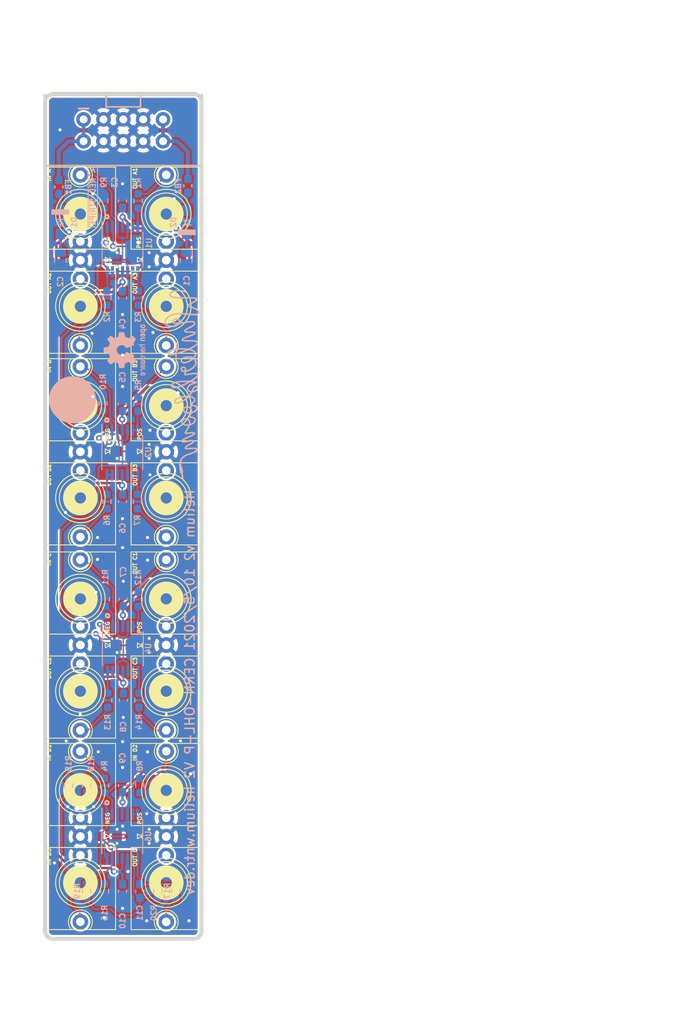
<source format=kicad_pcb>
(kicad_pcb (version 20171130) (host pcbnew "(5.1.10-1-10_14)")
  (title_block (title Helium) (date 2021-10-05) (rev v2) (company Winterbloom) (comment 1 "Alethea Flowers") (comment 2 "CERN-OHL-P V2") (comment 3 helium.wntr.dev))
  (layers (0 F.Cu signal) (31 B.Cu signal) (34 B.Paste user) (35 F.Paste user) (36 B.SilkS user) (37 F.SilkS user) (38 B.Mask user) (39 F.Mask user) (44 Edge.Cuts user))
  (net 0 "")
  (net 1 GND)
  (net 2 +12V)
  (net 3 -12V)
  (net 4 "Net-(D1-Pad1)")
  (net 5 "Net-(D2-Pad2)")
  (net 6 "Net-(FB1-Pad2)")
  (net 7 "Net-(FB2-Pad2)")
  (net 8 "Net-(J2-PadT)")
  (net 9 "Net-(J3-PadT)")
  (net 10 "Net-(J3-PadTN)")
  (net 11 "Net-(J4-PadT)")
  (net 12 "Net-(J4-PadTN)")
  (net 13 "Net-(J5-PadT)")
  (net 14 "Net-(J5-PadTN)")
  (net 15 "Net-(J8-PadT)")
  (net 16 "Net-(J8-PadTN)")
  (net 17 "Net-(J9-PadT)")
  (net 18 "Net-(J9-PadTN)")
  (net 19 "Net-(J10-PadT)")
  (net 20 "Net-(J10-PadTN)")
  (net 21 "Net-(R1-Pad2)")
  (net 22 "Net-(R2-Pad2)")
  (net 23 "Net-(R3-Pad2)")
  (net 24 "Net-(R5-Pad2)")
  (net 25 "Net-(R6-Pad2)")
  (net 26 "Net-(R7-Pad2)")
  (net 27 "Net-(D3-Pad2)")
  (net 28 "Net-(D3-Pad1)")
  (net 29 "Net-(D5-Pad2)")
  (net 30 "Net-(D5-Pad1)")
  (net 31 "Net-(D7-Pad2)")
  (net 32 "Net-(D7-Pad1)")
  (net 33 "Net-(D10-Pad1)")
  (net 34 "Net-(D10-Pad2)")
  (net 35 "Net-(J12-PadTN)")
  (net 36 "Net-(J12-PadT)")
  (net 37 "Net-(J13-PadTN)")
  (net 38 "Net-(J13-PadT)")
  (net 39 "Net-(J14-PadTN)")
  (net 40 "Net-(J14-PadT)")
  (net 41 "Net-(J15-PadTN)")
  (net 42 "Net-(J15-PadT)")
  (net 43 "Net-(J17-PadT)")
  (net 44 "Net-(J18-PadT)")
  (net 45 "Net-(J19-PadT)")
  (net 46 "Net-(J20-PadT)")
  (net 47 "Net-(R12-Pad2)")
  (net 48 "Net-(R13-Pad2)")
  (net 49 "Net-(R14-Pad2)")
  (net 50 "Net-(C11-Pad2)")
  (net 51 "Net-(C11-Pad1)")
  (net 52 "Net-(R15-Pad1)")
  (net 53 "Net-(R18-Pad1)")
  (net 54 "Net-(U6-Pad6)")
  (net 55 "Net-(J17-PadTN)")
  (module Symbol:OSHW-Logo2_7.3x6mm_SilkScreen (layer B.Cu) (at 99.15 80.7 270)
    (fp_text reference REF** hide)
    (fp_text value OSHW-Logo2_7.3x6mm_SilkScreen hide)
  )
  (module winterbloom:Extra_Long_Wiggly_Boi_25mm (layer B.Cu) (at 106.4 85.15 270)
    (fp_text reference G*** hide)
    (fp_text value LOGO hide)
  )
  (module winterbloom:DIODE_SOD-123_SOD-123F (layer B.Cu) (at 107 64.35 90)
    (fp_text reference D2 (at 0 -1.7 270) (layer B.SilkS) (effects (font (size 0.7 0.7)) (justify mirror)))
    (fp_text value BARRIER)
    (pad 1 smd rect (at -1.5 0 90) (size 1.35 1.22) (layers B.Cu B.Paste B.Mask) (net 2 +12V))
    (pad 2 smd rect (at 1.5 0 90) (size 1.35 1.22) (layers B.Cu B.Paste B.Mask) (net 5 "Net-(D2-Pad2)"))
  )
  (module winterbloom:DIODE_SOD-123_SOD-123F (layer B.Cu) (at 90.85 64.35 270)
    (fp_text reference D1 (at 0 -1.75 270) (layer B.SilkS) (effects (font (size 0.7 0.7)) (justify mirror)))
    (fp_text value BARRIER)
    (pad 1 smd rect (at -1.5 0 270) (size 1.35 1.22) (layers B.Cu B.Paste B.Mask) (net 4 "Net-(D1-Pad1)"))
    (pad 2 smd rect (at 1.5 0 270) (size 1.35 1.22) (layers B.Cu B.Paste B.Mask) (net 3 -12V))
  )
  (module winterbloom:LED_0805_Kingbright_APT2012 (layer F.Cu) (at 96.9 142.85 180)
    (fp_text reference D10 hide)
    (fp_text value NEG (at 0 2.3 90) (layer F.SilkS) (effects (font (size 0.5 0.5) (thickness 0.125))))
    (pad 2 smd roundrect (at 1.175 0 180) (size 1.25 1.25) (layers F.Cu F.Paste F.Mask) (roundrect_rratio 0.05) (net 34 "Net-(D10-Pad2)"))
    (pad 1 smd roundrect (at -1.175 0 180) (size 1.25 1.25) (layers F.Cu F.Paste F.Mask) (roundrect_rratio 0.05) (net 33 "Net-(D10-Pad1)"))
  )
  (module winterbloom:LED_0805_Kingbright_APT2012 (layer F.Cu) (at 101 142.85 180)
    (fp_text reference D9 hide)
    (fp_text value POS (at 0 2.3 90) (layer F.SilkS) (effects (font (size 0.5 0.5) (thickness 0.125))))
    (pad 2 smd roundrect (at 1.175 0 180) (size 1.25 1.25) (layers F.Cu F.Paste F.Mask) (roundrect_rratio 0.05) (net 33 "Net-(D10-Pad1)"))
    (pad 1 smd roundrect (at -1.175 0 180) (size 1.25 1.25) (layers F.Cu F.Paste F.Mask) (roundrect_rratio 0.05) (net 34 "Net-(D10-Pad2)"))
  )
  (module winterbloom:LED_0805_Kingbright_APT2012 (layer F.Cu) (at 96.9 118.45 180)
    (fp_text reference D8 hide)
    (fp_text value NEG (at 0 2.3 90) (layer F.SilkS) (effects (font (size 0.5 0.5) (thickness 0.125))))
    (pad 2 smd roundrect (at 1.175 0 180) (size 1.25 1.25) (layers F.Cu F.Paste F.Mask) (roundrect_rratio 0.05) (net 32 "Net-(D7-Pad1)"))
    (pad 1 smd roundrect (at -1.175 0 180) (size 1.25 1.25) (layers F.Cu F.Paste F.Mask) (roundrect_rratio 0.05) (net 31 "Net-(D7-Pad2)"))
  )
  (module winterbloom:LED_0805_Kingbright_APT2012 (layer F.Cu) (at 101 118.45 180)
    (fp_text reference D7 hide)
    (fp_text value POS (at 0 2.3 90) (layer F.SilkS) (effects (font (size 0.5 0.5) (thickness 0.125))))
    (pad 2 smd roundrect (at 1.175 0 180) (size 1.25 1.25) (layers F.Cu F.Paste F.Mask) (roundrect_rratio 0.05) (net 31 "Net-(D7-Pad2)"))
    (pad 1 smd roundrect (at -1.175 0 180) (size 1.25 1.25) (layers F.Cu F.Paste F.Mask) (roundrect_rratio 0.05) (net 32 "Net-(D7-Pad1)"))
  )
  (module winterbloom:LED_0805_Kingbright_APT2012 (layer F.Cu) (at 96.9 93.65 180)
    (fp_text reference D6 hide)
    (fp_text value NEG (at 0 2.2 90) (layer F.SilkS) (effects (font (size 0.5 0.5) (thickness 0.125))))
    (pad 2 smd roundrect (at 1.175 0 180) (size 1.25 1.25) (layers F.Cu F.Paste F.Mask) (roundrect_rratio 0.05) (net 30 "Net-(D5-Pad1)"))
    (pad 1 smd roundrect (at -1.175 0 180) (size 1.25 1.25) (layers F.Cu F.Paste F.Mask) (roundrect_rratio 0.05) (net 29 "Net-(D5-Pad2)"))
  )
  (module winterbloom:LED_0805_Kingbright_APT2012 (layer F.Cu) (at 101 93.65 180)
    (fp_text reference D5 hide)
    (fp_text value POS (at 0 2.2 90) (layer F.SilkS) (effects (font (size 0.5 0.5) (thickness 0.125))))
    (pad 2 smd roundrect (at 1.175 0 180) (size 1.25 1.25) (layers F.Cu F.Paste F.Mask) (roundrect_rratio 0.05) (net 29 "Net-(D5-Pad2)"))
    (pad 1 smd roundrect (at -1.175 0 180) (size 1.25 1.25) (layers F.Cu F.Paste F.Mask) (roundrect_rratio 0.05) (net 30 "Net-(D5-Pad1)"))
  )
  (module winterbloom:LED_0805_Kingbright_APT2012 (layer F.Cu) (at 96.9 69.15 180)
    (fp_text reference D4 hide)
    (fp_text value NEG (at 0 2.2 90) (layer F.SilkS) (effects (font (size 0.5 0.5) (thickness 0.125))))
    (pad 2 smd roundrect (at 1.175 0 180) (size 1.25 1.25) (layers F.Cu F.Paste F.Mask) (roundrect_rratio 0.05) (net 28 "Net-(D3-Pad1)"))
    (pad 1 smd roundrect (at -1.175 0 180) (size 1.25 1.25) (layers F.Cu F.Paste F.Mask) (roundrect_rratio 0.05) (net 27 "Net-(D3-Pad2)"))
  )
  (module winterbloom:LED_0805_Kingbright_APT2012 (layer F.Cu) (at 101 69.15 180)
    (fp_text reference D3 hide)
    (fp_text value POS (at 0.1 2.2 90) (layer F.SilkS) (effects (font (size 0.5 0.5) (thickness 0.125))))
    (pad 2 smd roundrect (at 1.175 0 180) (size 1.25 1.25) (layers F.Cu F.Paste F.Mask) (roundrect_rratio 0.05) (net 27 "Net-(D3-Pad2)"))
    (pad 1 smd roundrect (at -1.175 0 180) (size 1.25 1.25) (layers F.Cu F.Paste F.Mask) (roundrect_rratio 0.05) (net 28 "Net-(D3-Pad1)"))
  )
  (module Resistor_SMD:R_0603_1608Metric_Pad0.98x0.95mm_HandSolder (layer B.Cu) (at 103.3 149.85 270)
    (fp_text reference R20 (at 2.8 0.5 270) (layer B.SilkS) (effects (font (size 0.7 0.7)) (justify mirror)))
    (fp_text value 100k hide)
    (pad 2 smd roundrect (at 0.9125 0 270) (size 0.975 0.95) (layers B.Cu B.Paste B.Mask) (net 51 "Net-(C11-Pad1)"))
    (pad 1 smd roundrect (at -0.9125 0 270) (size 0.975 0.95) (layers B.Cu B.Paste B.Mask) (net 50 "Net-(C11-Pad2)"))
  )
  (module Resistor_SMD:R_0603_1608Metric_Pad0.98x0.95mm_HandSolder (layer B.Cu) (at 94.2 149.85 90)
    (fp_text reference R19 (at 0 -1.2 270) (layer B.SilkS) (effects (font (size 0.7 0.7)) (justify mirror)))
    (fp_text value 100k hide)
    (pad 2 smd roundrect (at 0.9125 0 90) (size 0.975 0.95) (layers B.Cu B.Paste B.Mask) (net 53 "Net-(R18-Pad1)"))
    (pad 1 smd roundrect (at -0.9125 0 90) (size 0.975 0.95) (layers B.Cu B.Paste B.Mask) (net 51 "Net-(C11-Pad1)"))
  )
  (module Resistor_SMD:R_0603_1608Metric_Pad0.98x0.95mm_HandSolder (layer B.Cu) (at 94.2 136.35 90)
    (fp_text reference R18 (at 2.8 0.6 270) (layer B.SilkS) (effects (font (size 0.7 0.7)) (justify mirror)))
    (fp_text value 100k hide)
    (pad 2 smd roundrect (at 0.9125 0 90) (size 0.975 0.95) (layers B.Cu B.Paste B.Mask) (net 52 "Net-(R15-Pad1)"))
    (pad 1 smd roundrect (at -0.9125 0 90) (size 0.975 0.95) (layers B.Cu B.Paste B.Mask) (net 53 "Net-(R18-Pad1)"))
  )
  (module Resistor_SMD:R_0603_1608Metric_Pad0.98x0.95mm_HandSolder (layer B.Cu) (at 91.9 136.35 270)
    (fp_text reference R15 (at -2.8 0 270) (layer B.SilkS) (effects (font (size 0.7 0.7)) (justify mirror)))
    (fp_text value 100k hide)
    (pad 2 smd roundrect (at 0.9125 0 270) (size 0.975 0.95) (layers B.Cu B.Paste B.Mask) (net 46 "Net-(J20-PadT)"))
    (pad 1 smd roundrect (at -0.9125 0 270) (size 0.975 0.95) (layers B.Cu B.Paste B.Mask) (net 52 "Net-(R15-Pad1)"))
  )
  (module Resistor_SMD:R_0603_1608Metric_Pad0.98x0.95mm_HandSolder (layer B.Cu) (at 101 136.35 270)
    (fp_text reference R8 (at -2.5 0 270) (layer B.SilkS) (effects (font (size 0.7 0.7)) (justify mirror)))
    (fp_text value 100k hide)
    (pad 2 smd roundrect (at 0.9125 0 270) (size 0.975 0.95) (layers B.Cu B.Paste B.Mask) (net 45 "Net-(J19-PadT)"))
    (pad 1 smd roundrect (at -0.9125 0 270) (size 0.975 0.95) (layers B.Cu B.Paste B.Mask) (net 52 "Net-(R15-Pad1)"))
  )
  (module Resistor_SMD:R_0603_1608Metric_Pad0.98x0.95mm_HandSolder (layer B.Cu) (at 96.5 136.35 90)
    (fp_text reference R4 (at 2.5 0 270) (layer B.SilkS) (effects (font (size 0.7 0.7)) (justify mirror)))
    (fp_text value 100k hide)
    (pad 2 smd roundrect (at 0.9125 0 90) (size 0.975 0.95) (layers B.Cu B.Paste B.Mask) (net 44 "Net-(J18-PadT)"))
    (pad 1 smd roundrect (at -0.9125 0 90) (size 0.975 0.95) (layers B.Cu B.Paste B.Mask) (net 52 "Net-(R15-Pad1)"))
  )
  (module Capacitor_SMD:C_0603_1608Metric_Pad1.08x0.95mm_HandSolder (layer B.Cu) (at 101 149.85 90)
    (fp_text reference C11 (at -2.8 0 270) (layer B.SilkS) (effects (font (size 0.7 0.7)) (justify mirror)))
    (fp_text value 12pF hide)
    (pad 2 smd roundrect (at 0.8625 0 90) (size 1.075 0.95) (layers B.Cu B.Paste B.Mask) (net 50 "Net-(C11-Pad2)"))
    (pad 1 smd roundrect (at -0.8625 0 90) (size 1.075 0.95) (layers B.Cu B.Paste B.Mask) (net 51 "Net-(C11-Pad1)"))
  )
  (module Capacitor_SMD:C_0603_1608Metric_Pad1.08x0.95mm_HandSolder (layer B.Cu) (at 98.8 149.85 270)
    (fp_text reference C10 (at 3.8 0 270) (layer B.SilkS) (effects (font (size 0.7 0.7)) (justify mirror)))
    (fp_text value 0.1uF hide)
    (pad 2 smd roundrect (at 0.8625 0 270) (size 1.075 0.95) (layers B.Cu B.Paste B.Mask) (net 1 GND))
    (pad 1 smd roundrect (at -0.8625 0 270) (size 1.075 0.95) (layers B.Cu B.Paste B.Mask) (net 3 -12V))
  )
  (module Capacitor_SMD:C_0603_1608Metric_Pad1.08x0.95mm_HandSolder (layer B.Cu) (at 98.8 136.35 90)
    (fp_text reference C9 (at 3.5 0 270) (layer B.SilkS) (effects (font (size 0.7 0.7)) (justify mirror)))
    (fp_text value 0.1uF hide)
    (pad 2 smd roundrect (at 0.8625 0 90) (size 1.075 0.95) (layers B.Cu B.Paste B.Mask) (net 1 GND))
    (pad 1 smd roundrect (at -0.8625 0 90) (size 1.075 0.95) (layers B.Cu B.Paste B.Mask) (net 2 +12V))
  )
  (module Capacitor_SMD:C_0603_1608Metric_Pad1.08x0.95mm_HandSolder (layer B.Cu) (at 98.9 125.45 270)
    (fp_text reference C8 (at 3.4 0 90) (layer B.SilkS) (effects (font (size 0.7 0.7)) (justify mirror)))
    (fp_text value 0.1uF hide)
    (pad 2 smd roundrect (at 0.8625 0 270) (size 1.075 0.95) (layers B.Cu B.Paste B.Mask) (net 1 GND))
    (pad 1 smd roundrect (at -0.8625 0 270) (size 1.075 0.95) (layers B.Cu B.Paste B.Mask) (net 3 -12V))
  )
  (module Capacitor_SMD:C_0603_1608Metric_Pad1.08x0.95mm_HandSolder (layer B.Cu) (at 98.9 112.55 90)
    (fp_text reference C7 (at 3.5 0 90) (layer B.SilkS) (effects (font (size 0.7 0.7)) (justify mirror)))
    (fp_text value 0.1uF hide)
    (pad 2 smd roundrect (at 0.8625 0 90) (size 1.075 0.95) (layers B.Cu B.Paste B.Mask) (net 1 GND))
    (pad 1 smd roundrect (at -0.8625 0 90) (size 1.075 0.95) (layers B.Cu B.Paste B.Mask) (net 2 +12V))
  )
  (module Package_SO:TSSOP-14_4.4x5mm_P0.65mm (layer B.Cu) (at 98.77 142.88 270)
    (fp_text reference U6 (at -0.03 -3.33 90) (layer B.SilkS) (effects (font (size 0.7 0.7)) (justify mirror)))
    (fp_text value OPA4991 hide)
    (pad 14 smd roundrect (at 2.8625 1.95 270) (size 1.475 0.4) (layers B.Cu B.Paste B.Mask) (net 33 "Net-(D10-Pad1)"))
    (pad 13 smd roundrect (at 2.8625 1.3 270) (size 1.475 0.4) (layers B.Cu B.Paste B.Mask) (net 34 "Net-(D10-Pad2)"))
    (pad 12 smd roundrect (at 2.8625 0.65 270) (size 1.475 0.4) (layers B.Cu B.Paste B.Mask) (net 50 "Net-(C11-Pad2)"))
    (pad 11 smd roundrect (at 2.8625 0 270) (size 1.475 0.4) (layers B.Cu B.Paste B.Mask) (net 3 -12V))
    (pad 10 smd roundrect (at 2.8625 -0.65 270) (size 1.475 0.4) (layers B.Cu B.Paste B.Mask) (net 1 GND))
    (pad 9 smd roundrect (at 2.8625 -1.3 270) (size 1.475 0.4) (layers B.Cu B.Paste B.Mask) (net 51 "Net-(C11-Pad1)"))
    (pad 8 smd roundrect (at 2.8625 -1.95 270) (size 1.475 0.4) (layers B.Cu B.Paste B.Mask) (net 50 "Net-(C11-Pad2)"))
    (pad 7 smd roundrect (at -2.8625 -1.95 270) (size 1.475 0.4) (layers B.Cu B.Paste B.Mask) (net 54 "Net-(U6-Pad6)"))
    (pad 6 smd roundrect (at -2.8625 -1.3 270) (size 1.475 0.4) (layers B.Cu B.Paste B.Mask) (net 54 "Net-(U6-Pad6)"))
    (pad 5 smd roundrect (at -2.8625 -0.65 270) (size 1.475 0.4) (layers B.Cu B.Paste B.Mask) (net 1 GND))
    (pad 4 smd roundrect (at -2.8625 0 270) (size 1.475 0.4) (layers B.Cu B.Paste B.Mask) (net 2 +12V))
    (pad 3 smd roundrect (at -2.8625 0.65 270) (size 1.475 0.4) (layers B.Cu B.Paste B.Mask) (net 1 GND))
    (pad 2 smd roundrect (at -2.8625 1.3 270) (size 1.475 0.4) (layers B.Cu B.Paste B.Mask) (net 52 "Net-(R15-Pad1)"))
    (pad 1 smd roundrect (at -2.8625 1.95 270) (size 1.475 0.4) (layers B.Cu B.Paste B.Mask) (net 53 "Net-(R18-Pad1)"))
  )
  (module Package_SO:TSSOP-14_4.4x5mm_P0.65mm (layer B.Cu) (at 98.84 118.89 270)
    (fp_text reference U4 (at -0.04 -3.26 90) (layer B.SilkS) (effects (font (size 0.7 0.7)) (justify mirror)))
    (fp_text value OPA4991 hide)
    (pad 14 smd roundrect (at 2.8625 1.95 270) (size 1.475 0.4) (layers B.Cu B.Paste B.Mask) (net 48 "Net-(R13-Pad2)"))
    (pad 13 smd roundrect (at 2.8625 1.3 270) (size 1.475 0.4) (layers B.Cu B.Paste B.Mask) (net 48 "Net-(R13-Pad2)"))
    (pad 12 smd roundrect (at 2.8625 0.65 270) (size 1.475 0.4) (layers B.Cu B.Paste B.Mask) (net 36 "Net-(J12-PadT)"))
    (pad 11 smd roundrect (at 2.8625 0 270) (size 1.475 0.4) (layers B.Cu B.Paste B.Mask) (net 3 -12V))
    (pad 10 smd roundrect (at 2.8625 -0.65 270) (size 1.475 0.4) (layers B.Cu B.Paste B.Mask) (net 36 "Net-(J12-PadT)"))
    (pad 9 smd roundrect (at 2.8625 -1.3 270) (size 1.475 0.4) (layers B.Cu B.Paste B.Mask) (net 49 "Net-(R14-Pad2)"))
    (pad 8 smd roundrect (at 2.8625 -1.95 270) (size 1.475 0.4) (layers B.Cu B.Paste B.Mask) (net 49 "Net-(R14-Pad2)"))
    (pad 7 smd roundrect (at -2.8625 -1.95 270) (size 1.475 0.4) (layers B.Cu B.Paste B.Mask) (net 47 "Net-(R12-Pad2)"))
    (pad 6 smd roundrect (at -2.8625 -1.3 270) (size 1.475 0.4) (layers B.Cu B.Paste B.Mask) (net 47 "Net-(R12-Pad2)"))
    (pad 5 smd roundrect (at -2.8625 -0.65 270) (size 1.475 0.4) (layers B.Cu B.Paste B.Mask) (net 36 "Net-(J12-PadT)"))
    (pad 4 smd roundrect (at -2.8625 0 270) (size 1.475 0.4) (layers B.Cu B.Paste B.Mask) (net 2 +12V))
    (pad 3 smd roundrect (at -2.8625 0.65 270) (size 1.475 0.4) (layers B.Cu B.Paste B.Mask) (net 36 "Net-(J12-PadT)"))
    (pad 2 smd roundrect (at -2.8625 1.3 270) (size 1.475 0.4) (layers B.Cu B.Paste B.Mask) (net 32 "Net-(D7-Pad1)"))
    (pad 1 smd roundrect (at -2.8625 1.95 270) (size 1.475 0.4) (layers B.Cu B.Paste B.Mask) (net 31 "Net-(D7-Pad2)"))
  )
  (module Resistor_SMD:R_0603_1608Metric_Pad0.98x0.95mm_HandSolder (layer B.Cu) (at 105.6 149.85 90)
    (fp_text reference R17 (at 0 -1.1 270) (layer B.SilkS) (effects (font (size 0.7 0.7)) (justify mirror)))
    (fp_text value 1k hide)
    (pad 2 smd roundrect (at 0.9125 0 90) (size 0.975 0.95) (layers B.Cu B.Paste B.Mask) (net 50 "Net-(C11-Pad2)"))
    (pad 1 smd roundrect (at -0.9125 0 90) (size 0.975 0.95) (layers B.Cu B.Paste B.Mask) (net 43 "Net-(J17-PadT)"))
  )
  (module Resistor_SMD:R_0603_1608Metric_Pad0.98x0.95mm_HandSolder (layer B.Cu) (at 96.5 149.85 90)
    (fp_text reference R16 (at -2.8 0 270) (layer B.SilkS) (effects (font (size 0.7 0.7)) (justify mirror)))
    (fp_text value 270R hide)
    (pad 2 smd roundrect (at 0.9125 0 90) (size 0.975 0.95) (layers B.Cu B.Paste B.Mask) (net 34 "Net-(D10-Pad2)"))
    (pad 1 smd roundrect (at -0.9125 0 90) (size 0.975 0.95) (layers B.Cu B.Paste B.Mask) (net 1 GND))
  )
  (module Resistor_SMD:R_0603_1608Metric_Pad0.98x0.95mm_HandSolder (layer B.Cu) (at 100.9 125.45 90)
    (fp_text reference R14 (at -2.8 0 270) (layer B.SilkS) (effects (font (size 0.7 0.7)) (justify mirror)))
    (fp_text value 100R hide)
    (pad 2 smd roundrect (at 0.9125 0 90) (size 0.975 0.95) (layers B.Cu B.Paste B.Mask) (net 49 "Net-(R14-Pad2)"))
    (pad 1 smd roundrect (at -0.9125 0 90) (size 0.975 0.95) (layers B.Cu B.Paste B.Mask) (net 42 "Net-(J15-PadT)"))
  )
  (module Resistor_SMD:R_0603_1608Metric_Pad0.98x0.95mm_HandSolder (layer B.Cu) (at 96.9 125.45 90)
    (fp_text reference R13 (at -2.8 0 270) (layer B.SilkS) (effects (font (size 0.7 0.7)) (justify mirror)))
    (fp_text value 100R hide)
    (pad 2 smd roundrect (at 0.9125 0 90) (size 0.975 0.95) (layers B.Cu B.Paste B.Mask) (net 48 "Net-(R13-Pad2)"))
    (pad 1 smd roundrect (at -0.9125 0 90) (size 0.975 0.95) (layers B.Cu B.Paste B.Mask) (net 40 "Net-(J14-PadT)"))
  )
  (module Resistor_SMD:R_0603_1608Metric_Pad0.98x0.95mm_HandSolder (layer B.Cu) (at 100.8 112.55 270)
    (fp_text reference R12 (at -2.8 0 270) (layer B.SilkS) (effects (font (size 0.7 0.7)) (justify mirror)))
    (fp_text value 100R hide)
    (pad 2 smd roundrect (at 0.9125 0 270) (size 0.975 0.95) (layers B.Cu B.Paste B.Mask) (net 47 "Net-(R12-Pad2)"))
    (pad 1 smd roundrect (at -0.9125 0 270) (size 0.975 0.95) (layers B.Cu B.Paste B.Mask) (net 38 "Net-(J13-PadT)"))
  )
  (module Resistor_SMD:R_0603_1608Metric_Pad0.98x0.95mm_HandSolder (layer B.Cu) (at 96.6 112.55 270)
    (fp_text reference R11 (at -2.8 0 270) (layer B.SilkS) (effects (font (size 0.7 0.7)) (justify mirror)))
    (fp_text value 270R hide)
    (pad 2 smd roundrect (at 0.9125 0 270) (size 0.975 0.95) (layers B.Cu B.Paste B.Mask) (net 32 "Net-(D7-Pad1)"))
    (pad 1 smd roundrect (at -0.9125 0 270) (size 0.975 0.95) (layers B.Cu B.Paste B.Mask) (net 1 GND))
  )
  (module winterbloom:WQP-WQP518MA-skinny (layer F.Cu) (at 93.41 148.78 180)
    (fp_text reference J20 hide)
    (fp_text value "IN D3" (at 4.01 3.33 270) (layer F.SilkS) (effects (font (size 0.5 0.5) (thickness 0.125))))
    (pad S thru_hole circle (at 0 5.9 180) (size 2 2) (drill 1.1) (layers *.Cu *.Mask) (net 1 GND))
    (pad TN thru_hole circle (at 0 3.5 180) (size 2 2) (drill 1.1) (layers *.Cu *.Mask) (net 1 GND))
    (pad T thru_hole circle (at 0 -5 180) (size 2 2) (drill 1.1) (layers *.Cu *.Mask) (net 46 "Net-(J20-PadT)"))
  )
  (module winterbloom:WQP-WQP518MA-skinny (layer F.Cu) (at 104.39 136.98)
    (fp_text reference J19 hide)
    (fp_text value "IN D2" (at -3.99 -4.83 270) (layer F.SilkS) (effects (font (size 0.5 0.5) (thickness 0.125))))
    (pad S thru_hole circle (at 0 5.9) (size 2 2) (drill 1.1) (layers *.Cu *.Mask) (net 1 GND))
    (pad TN thru_hole circle (at 0 3.5) (size 2 2) (drill 1.1) (layers *.Cu *.Mask) (net 1 GND))
    (pad T thru_hole circle (at 0 -5) (size 2 2) (drill 1.1) (layers *.Cu *.Mask) (net 45 "Net-(J19-PadT)"))
  )
  (module winterbloom:WQP-WQP518MA-skinny (layer F.Cu) (at 93.41 136.98)
    (fp_text reference J18 hide)
    (fp_text value "IN D1" (at -4.01 -4.83 270) (layer F.SilkS) (effects (font (size 0.5 0.5) (thickness 0.125))))
    (pad S thru_hole circle (at 0 5.9) (size 2 2) (drill 1.1) (layers *.Cu *.Mask) (net 1 GND))
    (pad TN thru_hole circle (at 0 3.5) (size 2 2) (drill 1.1) (layers *.Cu *.Mask) (net 1 GND))
    (pad T thru_hole circle (at 0 -5) (size 2 2) (drill 1.1) (layers *.Cu *.Mask) (net 44 "Net-(J18-PadT)"))
  )
  (module winterbloom:WQP-WQP518MA-skinny (layer F.Cu) (at 104.39 148.78 180)
    (fp_text reference J17 hide)
    (fp_text value "OUT D" (at 3.99 3.23 270) (layer F.SilkS) (effects (font (size 0.5 0.5) (thickness 0.125))))
    (pad S thru_hole circle (at 0 5.9 180) (size 2 2) (drill 1.1) (layers *.Cu *.Mask) (net 1 GND))
    (pad TN thru_hole circle (at 0 3.5 180) (size 2 2) (drill 1.1) (layers *.Cu *.Mask) (net 55 "Net-(J17-PadTN)"))
    (pad T thru_hole circle (at 0 -5 180) (size 2 2) (drill 1.1) (layers *.Cu *.Mask) (net 43 "Net-(J17-PadT)"))
  )
  (module winterbloom:WQP-WQP518MA-skinny (layer F.Cu) (at 104.39 124.3 180)
    (fp_text reference J15 hide)
    (fp_text value "OUT C3" (at 3.99 2.95 270) (layer F.SilkS) (effects (font (size 0.5 0.5) (thickness 0.125))))
    (pad S thru_hole circle (at 0 5.9 180) (size 2 2) (drill 1.1) (layers *.Cu *.Mask) (net 1 GND))
    (pad TN thru_hole circle (at 0 3.5 180) (size 2 2) (drill 1.1) (layers *.Cu *.Mask) (net 41 "Net-(J15-PadTN)"))
    (pad T thru_hole circle (at 0 -5 180) (size 2 2) (drill 1.1) (layers *.Cu *.Mask) (net 42 "Net-(J15-PadT)"))
  )
  (module winterbloom:WQP-WQP518MA-skinny (layer F.Cu) (at 93.41 124.3 180)
    (fp_text reference J14 hide)
    (fp_text value "OUT C2" (at 4.01 2.95 270) (layer F.SilkS) (effects (font (size 0.5 0.5) (thickness 0.125))))
    (pad S thru_hole circle (at 0 5.9 180) (size 2 2) (drill 1.1) (layers *.Cu *.Mask) (net 1 GND))
    (pad TN thru_hole circle (at 0 3.5 180) (size 2 2) (drill 1.1) (layers *.Cu *.Mask) (net 39 "Net-(J14-PadTN)"))
    (pad T thru_hole circle (at 0 -5 180) (size 2 2) (drill 1.1) (layers *.Cu *.Mask) (net 40 "Net-(J14-PadT)"))
  )
  (module winterbloom:WQP-WQP518MA-skinny (layer F.Cu) (at 104.39 112.5)
    (fp_text reference J13 hide)
    (fp_text value "OUT C1" (at -3.99 -4.55 270) (layer F.SilkS) (effects (font (size 0.5 0.5) (thickness 0.125))))
    (pad S thru_hole circle (at 0 5.9) (size 2 2) (drill 1.1) (layers *.Cu *.Mask) (net 1 GND))
    (pad TN thru_hole circle (at 0 3.5) (size 2 2) (drill 1.1) (layers *.Cu *.Mask) (net 37 "Net-(J13-PadTN)"))
    (pad T thru_hole circle (at 0 -5) (size 2 2) (drill 1.1) (layers *.Cu *.Mask) (net 38 "Net-(J13-PadT)"))
  )
  (module winterbloom:WQP-WQP518MA-skinny (layer F.Cu) (at 93.41 112.5)
    (fp_text reference J12 hide)
    (fp_text value "IN C" (at -4.01 -5.05 270) (layer F.SilkS) (effects (font (size 0.5 0.5) (thickness 0.125))))
    (pad S thru_hole circle (at 0 5.9) (size 2 2) (drill 1.1) (layers *.Cu *.Mask) (net 1 GND))
    (pad TN thru_hole circle (at 0 3.5) (size 2 2) (drill 1.1) (layers *.Cu *.Mask) (net 35 "Net-(J12-PadTN)"))
    (pad T thru_hole circle (at 0 -5) (size 2 2) (drill 1.1) (layers *.Cu *.Mask) (net 36 "Net-(J12-PadT)"))
  )
  (module winterbloom:WQP-WQP518MA-skinny (layer F.Cu) (at 104.39 87.8)
    (fp_text reference J8 hide)
    (fp_text value "OUT B1" (at -3.99 -4.45 270) (layer F.SilkS) (effects (font (size 0.5 0.5) (thickness 0.125))))
    (pad S thru_hole circle (at 0 5.9) (size 2 2) (drill 1.1) (layers *.Cu *.Mask) (net 1 GND))
    (pad TN thru_hole circle (at 0 3.5) (size 2 2) (drill 1.1) (layers *.Cu *.Mask) (net 16 "Net-(J8-PadTN)"))
    (pad T thru_hole circle (at 0 -5) (size 2 2) (drill 1.1) (layers *.Cu *.Mask) (net 15 "Net-(J8-PadT)"))
  )
  (module Resistor_SMD:R_0603_1608Metric_Pad0.98x0.95mm_HandSolder (layer B.Cu) (at 96.3 87.55 270)
    (fp_text reference R10 (at -2.8 0 270) (layer B.SilkS) (effects (font (size 0.7 0.7)) (justify mirror)))
    (fp_text value 270R hide)
    (pad 2 smd roundrect (at 0.9125 0 270) (size 0.975 0.95) (layers B.Cu B.Paste B.Mask) (net 30 "Net-(D5-Pad1)"))
    (pad 1 smd roundrect (at -0.9125 0 270) (size 0.975 0.95) (layers B.Cu B.Paste B.Mask) (net 1 GND))
  )
  (module Resistor_SMD:R_0603_1608Metric_Pad0.98x0.95mm_HandSolder (layer B.Cu) (at 96.4 61.65 270)
    (fp_text reference R9 (at -2.4 0 270) (layer B.SilkS) (effects (font (size 0.7 0.7)) (justify mirror)))
    (fp_text value 270R hide)
    (pad 2 smd roundrect (at 0.9125 0 270) (size 0.975 0.95) (layers B.Cu B.Paste B.Mask) (net 28 "Net-(D3-Pad1)"))
    (pad 1 smd roundrect (at -0.9125 0 270) (size 0.975 0.95) (layers B.Cu B.Paste B.Mask) (net 1 GND))
  )
  (module winterbloom:WQP-WQP518MA-skinny (layer F.Cu) (at 104.39 99.6 180)
    (fp_text reference J10 hide)
    (fp_text value "OUT B3" (at 3.99 2.95 270) (layer F.SilkS) (effects (font (size 0.5 0.5) (thickness 0.125))))
    (pad S thru_hole circle (at 0 5.9 180) (size 2 2) (drill 1.1) (layers *.Cu *.Mask) (net 1 GND))
    (pad TN thru_hole circle (at 0 3.5 180) (size 2 2) (drill 1.1) (layers *.Cu *.Mask) (net 20 "Net-(J10-PadTN)"))
    (pad T thru_hole circle (at 0 -5 180) (size 2 2) (drill 1.1) (layers *.Cu *.Mask) (net 19 "Net-(J10-PadT)"))
  )
  (module winterbloom:WQP-WQP518MA-skinny (layer F.Cu) (at 93.41 99.6 180)
    (fp_text reference J9 hide)
    (fp_text value "OUT B2" (at 4.01 2.95 270) (layer F.SilkS) (effects (font (size 0.5 0.5) (thickness 0.125))))
    (pad S thru_hole circle (at 0 5.9 180) (size 2 2) (drill 1.1) (layers *.Cu *.Mask) (net 1 GND))
    (pad TN thru_hole circle (at 0 3.5 180) (size 2 2) (drill 1.1) (layers *.Cu *.Mask) (net 18 "Net-(J9-PadTN)"))
    (pad T thru_hole circle (at 0 -5 180) (size 2 2) (drill 1.1) (layers *.Cu *.Mask) (net 17 "Net-(J9-PadT)"))
  )
  (module winterbloom:WQP-WQP518MA-skinny (layer F.Cu) (at 93.41 87.8)
    (fp_text reference J7 hide)
    (fp_text value "IN B" (at -4.01 -5.05 270) (layer F.SilkS) (effects (font (size 0.5 0.5) (thickness 0.125))))
    (pad S thru_hole circle (at 0 5.9) (size 2 2) (drill 1.1) (layers *.Cu *.Mask) (net 1 GND))
    (pad TN thru_hole circle (at 0 3.5) (size 2 2) (drill 1.1) (layers *.Cu *.Mask) (net 8 "Net-(J2-PadT)"))
    (pad T thru_hole circle (at 0 -5) (size 2 2) (drill 1.1) (layers *.Cu *.Mask) (net 35 "Net-(J12-PadTN)"))
  )
  (module winterbloom:WQP-WQP518MA-skinny (layer F.Cu) (at 104.39 75.11 180)
    (fp_text reference J5 hide)
    (fp_text value "OUT A3" (at 3.99 2.96 270) (layer F.SilkS) (effects (font (size 0.5 0.5) (thickness 0.125))))
    (pad S thru_hole circle (at 0 5.9 180) (size 2 2) (drill 1.1) (layers *.Cu *.Mask) (net 1 GND))
    (pad TN thru_hole circle (at 0 3.5 180) (size 2 2) (drill 1.1) (layers *.Cu *.Mask) (net 14 "Net-(J5-PadTN)"))
    (pad T thru_hole circle (at 0 -5 180) (size 2 2) (drill 1.1) (layers *.Cu *.Mask) (net 13 "Net-(J5-PadT)"))
  )
  (module winterbloom:WQP-WQP518MA-skinny (layer F.Cu) (at 93.41 75.11 180)
    (fp_text reference J4 hide)
    (fp_text value "OUT A2" (at 4.01 2.96 270) (layer F.SilkS) (effects (font (size 0.5 0.5) (thickness 0.125))))
    (pad S thru_hole circle (at 0 5.9 180) (size 2 2) (drill 1.1) (layers *.Cu *.Mask) (net 1 GND))
    (pad TN thru_hole circle (at 0 3.5 180) (size 2 2) (drill 1.1) (layers *.Cu *.Mask) (net 12 "Net-(J4-PadTN)"))
    (pad T thru_hole circle (at 0 -5 180) (size 2 2) (drill 1.1) (layers *.Cu *.Mask) (net 11 "Net-(J4-PadT)"))
  )
  (module winterbloom:WQP-WQP518MA-skinny (layer F.Cu) (at 104.39 63.31)
    (fp_text reference J3 hide)
    (fp_text value "OUT A1" (at -3.99 -4.56 270) (layer F.SilkS) (effects (font (size 0.5 0.5) (thickness 0.125))))
    (pad S thru_hole circle (at 0 5.9) (size 2 2) (drill 1.1) (layers *.Cu *.Mask) (net 1 GND))
    (pad TN thru_hole circle (at 0 3.5) (size 2 2) (drill 1.1) (layers *.Cu *.Mask) (net 10 "Net-(J3-PadTN)"))
    (pad T thru_hole circle (at 0 -5) (size 2 2) (drill 1.1) (layers *.Cu *.Mask) (net 9 "Net-(J3-PadT)"))
  )
  (module winterbloom:WQP-WQP518MA-skinny (layer F.Cu) (at 93.41 63.31)
    (fp_text reference J2 hide)
    (fp_text value "IN A" (at -4.01 -4.96 270) (layer F.SilkS) (effects (font (size 0.5 0.5) (thickness 0.125))))
    (pad S thru_hole circle (at 0 5.9) (size 2 2) (drill 1.1) (layers *.Cu *.Mask) (net 1 GND))
    (pad TN thru_hole circle (at 0 3.5) (size 2 2) (drill 1.1) (layers *.Cu *.Mask) (net 1 GND))
    (pad T thru_hole circle (at 0 -5) (size 2 2) (drill 1.1) (layers *.Cu *.Mask) (net 8 "Net-(J2-PadT)"))
  )
  (module Package_SO:TSSOP-14_4.4x5mm_P0.65mm (layer B.Cu) (at 98.77 93.8 270)
    (fp_text reference U2 (at -0.05 -3.33 270) (layer B.SilkS) (effects (font (size 0.7 0.7)) (justify mirror)))
    (fp_text value OPA4991 hide)
    (pad 14 smd roundrect (at 2.8625 1.95 270) (size 1.475 0.4) (layers B.Cu B.Paste B.Mask) (net 25 "Net-(R6-Pad2)"))
    (pad 13 smd roundrect (at 2.8625 1.3 270) (size 1.475 0.4) (layers B.Cu B.Paste B.Mask) (net 25 "Net-(R6-Pad2)"))
    (pad 12 smd roundrect (at 2.8625 0.65 270) (size 1.475 0.4) (layers B.Cu B.Paste B.Mask) (net 35 "Net-(J12-PadTN)"))
    (pad 11 smd roundrect (at 2.8625 0 270) (size 1.475 0.4) (layers B.Cu B.Paste B.Mask) (net 3 -12V))
    (pad 10 smd roundrect (at 2.8625 -0.65 270) (size 1.475 0.4) (layers B.Cu B.Paste B.Mask) (net 35 "Net-(J12-PadTN)"))
    (pad 9 smd roundrect (at 2.8625 -1.3 270) (size 1.475 0.4) (layers B.Cu B.Paste B.Mask) (net 26 "Net-(R7-Pad2)"))
    (pad 8 smd roundrect (at 2.8625 -1.95 270) (size 1.475 0.4) (layers B.Cu B.Paste B.Mask) (net 26 "Net-(R7-Pad2)"))
    (pad 7 smd roundrect (at -2.8625 -1.95 270) (size 1.475 0.4) (layers B.Cu B.Paste B.Mask) (net 24 "Net-(R5-Pad2)"))
    (pad 6 smd roundrect (at -2.8625 -1.3 270) (size 1.475 0.4) (layers B.Cu B.Paste B.Mask) (net 24 "Net-(R5-Pad2)"))
    (pad 5 smd roundrect (at -2.8625 -0.65 270) (size 1.475 0.4) (layers B.Cu B.Paste B.Mask) (net 35 "Net-(J12-PadTN)"))
    (pad 4 smd roundrect (at -2.8625 0 270) (size 1.475 0.4) (layers B.Cu B.Paste B.Mask) (net 2 +12V))
    (pad 3 smd roundrect (at -2.8625 0.65 270) (size 1.475 0.4) (layers B.Cu B.Paste B.Mask) (net 35 "Net-(J12-PadTN)"))
    (pad 2 smd roundrect (at -2.8625 1.3 270) (size 1.475 0.4) (layers B.Cu B.Paste B.Mask) (net 30 "Net-(D5-Pad1)"))
    (pad 1 smd roundrect (at -2.8625 1.95 270) (size 1.475 0.4) (layers B.Cu B.Paste B.Mask) (net 29 "Net-(D5-Pad2)"))
  )
  (module Package_SO:TSSOP-14_4.4x5mm_P0.65mm (layer B.Cu) (at 98.8 67.84 270)
    (fp_text reference U1 (at -0.79 -3.4 90) (layer B.SilkS) (effects (font (size 0.7 0.7)) (justify mirror)))
    (fp_text value OPA4991 hide)
    (pad 14 smd roundrect (at 2.8625 1.95 270) (size 1.475 0.4) (layers B.Cu B.Paste B.Mask) (net 22 "Net-(R2-Pad2)"))
    (pad 13 smd roundrect (at 2.8625 1.3 270) (size 1.475 0.4) (layers B.Cu B.Paste B.Mask) (net 22 "Net-(R2-Pad2)"))
    (pad 12 smd roundrect (at 2.8625 0.65 270) (size 1.475 0.4) (layers B.Cu B.Paste B.Mask) (net 8 "Net-(J2-PadT)"))
    (pad 11 smd roundrect (at 2.8625 0 270) (size 1.475 0.4) (layers B.Cu B.Paste B.Mask) (net 3 -12V))
    (pad 10 smd roundrect (at 2.8625 -0.65 270) (size 1.475 0.4) (layers B.Cu B.Paste B.Mask) (net 8 "Net-(J2-PadT)"))
    (pad 9 smd roundrect (at 2.8625 -1.3 270) (size 1.475 0.4) (layers B.Cu B.Paste B.Mask) (net 23 "Net-(R3-Pad2)"))
    (pad 8 smd roundrect (at 2.8625 -1.95 270) (size 1.475 0.4) (layers B.Cu B.Paste B.Mask) (net 23 "Net-(R3-Pad2)"))
    (pad 7 smd roundrect (at -2.8625 -1.95 270) (size 1.475 0.4) (layers B.Cu B.Paste B.Mask) (net 21 "Net-(R1-Pad2)"))
    (pad 6 smd roundrect (at -2.8625 -1.3 270) (size 1.475 0.4) (layers B.Cu B.Paste B.Mask) (net 21 "Net-(R1-Pad2)"))
    (pad 5 smd roundrect (at -2.8625 -0.65 270) (size 1.475 0.4) (layers B.Cu B.Paste B.Mask) (net 8 "Net-(J2-PadT)"))
    (pad 4 smd roundrect (at -2.8625 0 270) (size 1.475 0.4) (layers B.Cu B.Paste B.Mask) (net 2 +12V))
    (pad 3 smd roundrect (at -2.8625 0.65 270) (size 1.475 0.4) (layers B.Cu B.Paste B.Mask) (net 8 "Net-(J2-PadT)"))
    (pad 2 smd roundrect (at -2.8625 1.3 270) (size 1.475 0.4) (layers B.Cu B.Paste B.Mask) (net 28 "Net-(D3-Pad1)"))
    (pad 1 smd roundrect (at -2.8625 1.95 270) (size 1.475 0.4) (layers B.Cu B.Paste B.Mask) (net 27 "Net-(D3-Pad2)"))
  )
  (module Resistor_SMD:R_0603_1608Metric_Pad0.98x0.95mm_HandSolder (layer B.Cu) (at 100.7 100.05 90)
    (fp_text reference R7 (at -2.4 0 270) (layer B.SilkS) (effects (font (size 0.7 0.7)) (justify mirror)))
    (fp_text value 100R hide)
    (pad 2 smd roundrect (at 0.9125 0 90) (size 0.975 0.95) (layers B.Cu B.Paste B.Mask) (net 26 "Net-(R7-Pad2)"))
    (pad 1 smd roundrect (at -0.9125 0 90) (size 0.975 0.95) (layers B.Cu B.Paste B.Mask) (net 19 "Net-(J10-PadT)"))
  )
  (module Resistor_SMD:R_0603_1608Metric_Pad0.98x0.95mm_HandSolder (layer B.Cu) (at 96.8 100.05 90)
    (fp_text reference R6 (at -2.4 0 270) (layer B.SilkS) (effects (font (size 0.7 0.7)) (justify mirror)))
    (fp_text value 100R hide)
    (pad 2 smd roundrect (at 0.9125 0 90) (size 0.975 0.95) (layers B.Cu B.Paste B.Mask) (net 25 "Net-(R6-Pad2)"))
    (pad 1 smd roundrect (at -0.9125 0 90) (size 0.975 0.95) (layers B.Cu B.Paste B.Mask) (net 17 "Net-(J9-PadT)"))
  )
  (module Resistor_SMD:R_0603_1608Metric_Pad0.98x0.95mm_HandSolder (layer B.Cu) (at 100.77 87.6 270)
    (fp_text reference R5 (at -2.45 -0.03 270) (layer B.SilkS) (effects (font (size 0.7 0.7)) (justify mirror)))
    (fp_text value 100R hide)
    (pad 2 smd roundrect (at 0.9125 0 270) (size 0.975 0.95) (layers B.Cu B.Paste B.Mask) (net 24 "Net-(R5-Pad2)"))
    (pad 1 smd roundrect (at -0.9125 0 270) (size 0.975 0.95) (layers B.Cu B.Paste B.Mask) (net 15 "Net-(J8-PadT)"))
  )
  (module Resistor_SMD:R_0603_1608Metric_Pad0.98x0.95mm_HandSolder (layer B.Cu) (at 100.8 74.05 90)
    (fp_text reference R3 (at -2.4 0 270) (layer B.SilkS) (effects (font (size 0.7 0.7)) (justify mirror)))
    (fp_text value 100R hide)
    (pad 2 smd roundrect (at 0.9125 0 90) (size 0.975 0.95) (layers B.Cu B.Paste B.Mask) (net 23 "Net-(R3-Pad2)"))
    (pad 1 smd roundrect (at -0.9125 0 90) (size 0.975 0.95) (layers B.Cu B.Paste B.Mask) (net 13 "Net-(J5-PadT)"))
  )
  (module Resistor_SMD:R_0603_1608Metric_Pad0.98x0.95mm_HandSolder (layer B.Cu) (at 96.8 74.05 90)
    (fp_text reference R2 (at -2.4 0 90) (layer B.SilkS) (effects (font (size 0.7 0.7)) (justify mirror)))
    (fp_text value 100R hide)
    (pad 2 smd roundrect (at 0.9125 0 90) (size 0.975 0.95) (layers B.Cu B.Paste B.Mask) (net 22 "Net-(R2-Pad2)"))
    (pad 1 smd roundrect (at -0.9125 0 90) (size 0.975 0.95) (layers B.Cu B.Paste B.Mask) (net 11 "Net-(J4-PadT)"))
  )
  (module Resistor_SMD:R_0603_1608Metric_Pad0.98x0.95mm_HandSolder (layer B.Cu) (at 100.8 61.64 270)
    (fp_text reference R1 (at -2.29 0 270) (layer B.SilkS) (effects (font (size 0.7 0.7)) (justify mirror)))
    (fp_text value 100R hide)
    (pad 2 smd roundrect (at 0.9125 0 270) (size 0.975 0.95) (layers B.Cu B.Paste B.Mask) (net 21 "Net-(R1-Pad2)"))
    (pad 1 smd roundrect (at -0.9125 0 270) (size 0.975 0.95) (layers B.Cu B.Paste B.Mask) (net 9 "Net-(J3-PadT)"))
  )
  (module Inductor_SMD:L_0603_1608Metric_Pad1.05x0.95mm_HandSolder (layer B.Cu) (at 107.15 59.7 90)
    (fp_text reference FB2 (at -0.05 -1.25 90) (layer B.SilkS) (effects (font (size 0.7 0.7)) (justify mirror)))
    (fp_text value BEAD hide)
    (pad 2 smd roundrect (at 0.875 0 90) (size 1.05 0.95) (layers B.Cu B.Paste B.Mask) (net 7 "Net-(FB2-Pad2)"))
    (pad 1 smd roundrect (at -0.875 0 90) (size 1.05 0.95) (layers B.Cu B.Paste B.Mask) (net 5 "Net-(D2-Pad2)"))
  )
  (module Inductor_SMD:L_0603_1608Metric_Pad1.05x0.95mm_HandSolder (layer B.Cu) (at 90.65 59.85 90)
    (fp_text reference FB1 (at 0 1.25 270) (layer B.SilkS) (effects (font (size 0.7 0.7)) (justify mirror)))
    (fp_text value BEAD hide)
    (pad 2 smd roundrect (at 0.875 0 90) (size 1.05 0.95) (layers B.Cu B.Paste B.Mask) (net 6 "Net-(FB1-Pad2)"))
    (pad 1 smd roundrect (at -0.875 0 90) (size 1.05 0.95) (layers B.Cu B.Paste B.Mask) (net 4 "Net-(D1-Pad1)"))
  )
  (module Capacitor_SMD:C_0603_1608Metric_Pad1.08x0.95mm_HandSolder (layer B.Cu) (at 98.8 100.05 270)
    (fp_text reference C6 (at 3.4 0 270) (layer B.SilkS) (effects (font (size 0.7 0.7)) (justify mirror)))
    (fp_text value 0.1uF hide)
    (pad 2 smd roundrect (at 0.8625 0 270) (size 1.075 0.95) (layers B.Cu B.Paste B.Mask) (net 1 GND))
    (pad 1 smd roundrect (at -0.8625 0 270) (size 1.075 0.95) (layers B.Cu B.Paste B.Mask) (net 3 -12V))
  )
  (module Capacitor_SMD:C_0603_1608Metric_Pad1.08x0.95mm_HandSolder (layer B.Cu) (at 98.77 87.6 90)
    (fp_text reference C5 (at 3.45 0.03 270) (layer B.SilkS) (effects (font (size 0.7 0.7)) (justify mirror)))
    (fp_text value 0.1uF hide)
    (pad 2 smd roundrect (at 0.8625 0 90) (size 1.075 0.95) (layers B.Cu B.Paste B.Mask) (net 1 GND))
    (pad 1 smd roundrect (at -0.8625 0 90) (size 1.075 0.95) (layers B.Cu B.Paste B.Mask) (net 2 +12V))
  )
  (module Capacitor_SMD:C_0603_1608Metric_Pad1.08x0.95mm_HandSolder (layer B.Cu) (at 98.8 74.04 270)
    (fp_text reference C4 (at 3.31 0 270) (layer B.SilkS) (effects (font (size 0.7 0.7)) (justify mirror)))
    (fp_text value 0.1uF hide)
    (pad 2 smd roundrect (at 0.8625 0 270) (size 1.075 0.95) (layers B.Cu B.Paste B.Mask) (net 1 GND))
    (pad 1 smd roundrect (at -0.8625 0 270) (size 1.075 0.95) (layers B.Cu B.Paste B.Mask) (net 3 -12V))
  )
  (module Capacitor_SMD:C_0603_1608Metric_Pad1.08x0.95mm_HandSolder (layer B.Cu) (at 98.8 61.64 90)
    (fp_text reference C3 (at 2.39 -1 270) (layer B.SilkS) (effects (font (size 0.7 0.7)) (justify mirror)))
    (fp_text value 0.1uF hide)
    (pad 2 smd roundrect (at 0.8625 0 90) (size 1.075 0.95) (layers B.Cu B.Paste B.Mask) (net 1 GND))
    (pad 1 smd roundrect (at -0.8625 0 90) (size 1.075 0.95) (layers B.Cu B.Paste B.Mask) (net 2 +12V))
  )
  (module Capacitor_SMD:C_0805_2012Metric_Pad1.18x1.45mm_HandSolder (layer B.Cu) (at 90.85 69.25 270)
    (fp_text reference C2 (at 2.7 0 90) (layer B.SilkS) (effects (font (size 0.7 0.7)) (justify mirror)))
    (fp_text value 10uF hide)
    (pad 2 smd roundrect (at 1.0375 0 270) (size 1.175 1.45) (layers B.Cu B.Paste B.Mask) (roundrect_rratio 0.2127659574468085) (net 1 GND))
    (pad 1 smd roundrect (at -1.0375 0 270) (size 1.175 1.45) (layers B.Cu B.Paste B.Mask) (roundrect_rratio 0.2127659574468085) (net 3 -12V))
  )
  (module Capacitor_SMD:C_0805_2012Metric_Pad1.18x1.45mm_HandSolder (layer B.Cu) (at 106.95 69.25 270)
    (fp_text reference C1 (at 2.6 -0.05 90) (layer B.SilkS) (effects (font (size 0.7 0.7)) (justify mirror)))
    (fp_text value 10uF hide)
    (pad 2 smd roundrect (at 1.0375 0 270) (size 1.175 1.45) (layers B.Cu B.Paste B.Mask) (roundrect_rratio 0.2127659574468085) (net 1 GND))
    (pad 1 smd roundrect (at -1.0375 0 270) (size 1.175 1.45) (layers B.Cu B.Paste B.Mask) (roundrect_rratio 0.2127659574468085) (net 2 +12V))
  )
  (module winterbloom:Eurorack_Power (layer B.Cu) (at 98.9 52.6)
    (fp_text reference J1 hide)
    (fp_text value Power hide)
    (fp_text user "< RED STRIPE" (at -3.9 8.45 270) (layer B.SilkS) (effects (font (size 0.7 0.7)) (justify mirror)))
    (pad 10 thru_hole circle (at 5.08 1.407 270) (size 1.8796 1.8796) (drill 1.016) (layers *.Cu *.Mask) (net 7 "Net-(FB2-Pad2)"))
    (pad 9 thru_hole circle (at 5.08 -1.387 270) (size 1.8796 1.8796) (drill 1.016) (layers *.Cu *.Mask) (net 7 "Net-(FB2-Pad2)"))
    (pad 8 thru_hole circle (at 2.54 1.407 270) (size 1.8796 1.8796) (drill 1.016) (layers *.Cu *.Mask) (net 1 GND))
    (pad 7 thru_hole circle (at 2.54 -1.387 270) (size 1.8796 1.8796) (drill 1.016) (layers *.Cu *.Mask) (net 1 GND))
    (pad 6 thru_hole circle (at 0 1.407 270) (size 1.8796 1.8796) (drill 1.016) (layers *.Cu *.Mask) (net 1 GND))
    (pad 5 thru_hole circle (at 0 -1.387 270) (size 1.8796 1.8796) (drill 1.016) (layers *.Cu *.Mask) (net 1 GND))
    (pad 4 thru_hole circle (at -2.54 1.407 270) (size 1.8796 1.8796) (drill 1.016) (layers *.Cu *.Mask) (net 1 GND))
    (pad 3 thru_hole circle (at -2.54 -1.387 270) (size 1.8796 1.8796) (drill 1.016) (layers *.Cu *.Mask) (net 1 GND))
    (pad 2 thru_hole circle (at -5.08 1.407 270) (size 1.8796 1.8796) (drill 1.016) (layers *.Cu *.Mask) (net 6 "Net-(FB1-Pad2)"))
    (pad 1 thru_hole circle (at -5.08 -1.387 270) (size 1.8796 1.8796) (drill 1.016) (layers *.Cu *.Mask) (net 6 "Net-(FB1-Pad2)"))
  )
  (gr_circle (center 92.4 87.05) (end 93.9 87.05) (layer B.SilkS) (width 3))
  (gr_arc (start 89.9 154.95) (end 88.9 154.95) (angle -90) (layer Edge.Cuts) (width 0.5))
  (gr_arc (start 107.9 154.95) (end 107.9 155.95) (angle -90) (layer Edge.Cuts) (width 0.5))
  (gr_arc (start 107.9 48.95) (end 108.9 48.95) (angle -90) (layer Edge.Cuts) (width 0.5))
  (gr_arc (start 89.9 48.95) (end 89.9 47.95) (angle -90) (layer Edge.Cuts) (width 0.5))
  (gr_circle (center 96.8 138.55) (end 96.9 138.55) (layer B.SilkS) (width 0.25))
  (gr_circle (center 96.9 114.65) (end 97 114.65) (layer B.SilkS) (width 0.25))
  (gr_circle (center 96.8 89.65) (end 96.9 89.65) (layer B.SilkS) (width 0.25))
  (gr_circle (center 96.8 63.65) (end 96.9 63.65) (layer B.SilkS) (width 0.25))
  (gr_line (start 94.4 64.95) (end 94.4 57.05) (layer B.SilkS) (width 0.12))
  (gr_line (start 95.6 64.95) (end 94.4 64.95) (layer B.SilkS) (width 0.12))
  (gr_line (start 95.6 57.05) (end 95.6 64.95) (layer B.SilkS) (width 0.12))
  (gr_line (start 108.9 48.95) (end 108.9 154.95) (layer Edge.Cuts) (width 0.5))
  (gr_line (start 89.9 47.95) (end 107.9 47.95) (layer Edge.Cuts) (width 0.5))
  (gr_line (start 107.9 155.95) (end 89.9 155.95) (layer Edge.Cuts) (width 0.5))
  (gr_line (start 88.9 154.95) (end 88.9 48.95) (layer Edge.Cuts) (width 0.5))
  (gr_text "Helium v2 10/5/2021 CERN-OHL-P V2 helium.wntr.dev" (at 107.4 124.45 90) (layer B.SilkS) (effects (font (size 1.2 1.2) (thickness 0.2)) (justify mirror)))
  (via (at 98.8 81.35) (size 0.8) (drill 0.4) (layers F.Cu B.Cu) (net 1))
  (via (at 98.8 105.95) (size 0.8) (drill 0.4) (layers F.Cu B.Cu) (net 1))
  (via (at 98.8 130.75) (size 0.8) (drill 0.4) (layers F.Cu B.Cu) (net 1))
  (via (at 98.9 127.65) (size 0.8) (drill 0.4) (layers F.Cu B.Cu) (net 1))
  (via (at 98.8 134.05) (size 0.8) (drill 0.4) (layers F.Cu B.Cu) (net 1))
  (via (at 98.8 152.05) (size 0.8) (drill 0.4) (layers F.Cu B.Cu) (net 1))
  (via (at 98.8 76.15) (size 0.8) (drill 0.4) (layers F.Cu B.Cu) (net 1))
  (via (at 98.8 59.45) (size 0.8) (drill 0.4) (layers F.Cu B.Cu) (net 1))
  (via (at 98.8 85.35) (size 0.8) (drill 0.4) (layers F.Cu B.Cu) (net 1))
  (via (at 98.8 102.25) (size 0.8) (drill 0.4) (layers F.Cu B.Cu) (net 1))
  (via (at 98.9 110.25) (size 0.8) (drill 0.4) (layers F.Cu B.Cu) (net 1))
  (via (at 95.4 111.65) (size 0.8) (drill 0.4) (layers F.Cu B.Cu) (net 1))
  (via (at 95 60.75) (size 0.8) (drill 0.4) (layers F.Cu B.Cu) (net 1))
  (via (at 101.9 153.65) (size 0.8) (drill 0.4) (layers F.Cu B.Cu) (net 1))
  (via (at 96.5 153.25) (size 0.8) (drill 0.4) (layers F.Cu B.Cu) (net 1))
  (via (at 95.1 139.05) (size 0.8) (drill 0.4) (layers F.Cu B.Cu) (net 1))
  (via (at 101.9 139.95) (size 0.8) (drill 0.4) (layers F.Cu B.Cu) (net 1))
  (via (at 98.8 141.55) (size 0.8) (drill 0.4) (layers F.Cu B.Cu) (net 1))
  (via (at 99.5 147.35) (size 0.8) (drill 0.4) (layers F.Cu B.Cu) (net 1))
  (via (at 91.8 139.05) (size 0.8) (drill 0.4) (layers F.Cu B.Cu) (net 1))
  (via (at 90.1 146.25) (size 0.8) (drill 0.4) (layers F.Cu B.Cu) (net 1))
  (via (at 90.8 52.55) (size 0.8) (drill 0.4) (layers F.Cu B.Cu) (net 1))
  (via (at 105.4 61.35) (size 0.8) (drill 0.4) (layers F.Cu B.Cu) (net 1))
  (via (at 100.8 66.95) (size 0.8) (drill 0.4) (layers F.Cu B.Cu) (net 1))
  (via (at 102.7 78.45) (size 0.8) (drill 0.4) (layers F.Cu B.Cu) (net 1))
  (via (at 94.9 78.55) (size 0.8) (drill 0.4) (layers F.Cu B.Cu) (net 1))
  (via (at 95 86.65) (size 0.8) (drill 0.4) (layers F.Cu B.Cu) (net 1))
  (via (at 105.9 86.15) (size 0.8) (drill 0.4) (layers F.Cu B.Cu) (net 1))
  (via (at 102.3 90.95) (size 0.8) (drill 0.4) (layers F.Cu B.Cu) (net 1))
  (via (at 102.3 96.65) (size 0.8) (drill 0.4) (layers F.Cu B.Cu) (net 1))
  (via (at 91.5 101.45) (size 0.8) (drill 0.4) (layers F.Cu B.Cu) (net 1))
  (via (at 95.6 104.65) (size 0.8) (drill 0.4) (layers F.Cu B.Cu) (net 1))
  (via (at 102 104.65) (size 0.8) (drill 0.4) (layers F.Cu B.Cu) (net 1))
  (via (at 102 107.55) (size 0.8) (drill 0.4) (layers F.Cu B.Cu) (net 1))
  (via (at 95.6 107.45) (size 0.8) (drill 0.4) (layers F.Cu B.Cu) (net 1))
  (via (at 93.4 127.25) (size 0.8) (drill 0.4) (layers F.Cu B.Cu) (net 1))
  (via (at 104.4 127.25) (size 0.8) (drill 0.4) (layers F.Cu B.Cu) (net 1))
  (via (at 102 132.05) (size 0.8) (drill 0.4) (layers F.Cu B.Cu) (net 1))
  (via (at 95.7 132.05) (size 0.8) (drill 0.4) (layers F.Cu B.Cu) (net 1))
  (via (at 107.5 134.85) (size 0.8) (drill 0.4) (layers F.Cu B.Cu) (net 1))
  (via (at 106.2 130.65) (size 0.8) (drill 0.4) (layers F.Cu B.Cu) (net 1))
  (via (at 91.6 130.65) (size 0.8) (drill 0.4) (layers F.Cu B.Cu) (net 1))
  (via (at 107.3 153.65) (size 0.8) (drill 0.4) (layers F.Cu B.Cu) (net 1))
  (segment (start 98.77 90.9375) (end 98.77 88.4625) (width 0.2) (layer B.Cu) (net 2))
  (segment (start 98.8 62.5025) (end 98.8 64.9775) (width 0.2) (layer B.Cu) (net 2))
  (segment (start 98.84 113.4725) (end 98.9 113.4125) (width 0.2) (layer B.Cu) (net 2))
  (segment (start 98.84 116.0275) (end 98.84 113.4725) (width 0.2) (layer B.Cu) (net 2))
  (segment (start 98.8 139.9875) (end 98.77 140.0175) (width 0.2) (layer B.Cu) (net 2))
  (segment (start 98.8 137.2125) (end 98.8 139.9875) (width 0.2) (layer B.Cu) (net 2))
  (via (at 105.65 65.15) (size 0.8) (drill 0.4) (layers F.Cu B.Cu) (net 2))
  (segment (start 105.85 64.95) (end 105.65 65.15) (width 0.3) (layer B.Cu) (net 2))
  (segment (start 105.65 65.15) (end 107.35 66.85) (width 0.3) (layer F.Cu) (net 2))
  (segment (start 100.25 65.15) (end 98.8 63.7) (width 0.3) (layer F.Cu) (net 2))
  (via (at 98.8 63.7) (size 0.8) (drill 0.4) (layers F.Cu B.Cu) (net 2))
  (segment (start 105.65 65.15) (end 100.25 65.15) (width 0.3) (layer F.Cu) (net 2))
  (segment (start 107.35 133.4) (end 106.15 134.6) (width 0.3) (layer F.Cu) (net 2))
  (segment (start 106.15 134.6) (end 101.4 134.6) (width 0.3) (layer F.Cu) (net 2))
  (segment (start 98.8 137.2) (end 98.8 138.5) (width 0.3) (layer F.Cu) (net 2))
  (via (at 98.8 138.5) (size 0.8) (drill 0.4) (layers F.Cu B.Cu) (net 2))
  (segment (start 101.4 134.6) (end 98.8 137.2) (width 0.3) (layer F.Cu) (net 2))
  (segment (start 107.35 108) (end 107.3 108) (width 0.3) (layer F.Cu) (net 2))
  (segment (start 107.35 108) (end 107.35 133.4) (width 0.3) (layer F.Cu) (net 2))
  (segment (start 107.3 108) (end 105.15 110.15) (width 0.3) (layer F.Cu) (net 2))
  (segment (start 105.15 110.15) (end 102.15 110.15) (width 0.3) (layer F.Cu) (net 2))
  (via (at 98.85 114.6) (size 0.8) (drill 0.4) (layers F.Cu B.Cu) (net 2))
  (segment (start 98.85 113.45) (end 98.85 114.6) (width 0.3) (layer F.Cu) (net 2))
  (segment (start 102.15 110.15) (end 98.85 113.45) (width 0.3) (layer F.Cu) (net 2))
  (segment (start 107.35 82.2) (end 107.35 83.25) (width 0.3) (layer F.Cu) (net 2))
  (segment (start 107.35 66.85) (end 107.35 82.2) (width 0.3) (layer F.Cu) (net 2))
  (segment (start 107.35 82.2) (end 107.35 108) (width 0.3) (layer F.Cu) (net 2))
  (segment (start 107.35 83.25) (end 105.15 85.45) (width 0.3) (layer F.Cu) (net 2))
  (segment (start 105.15 85.45) (end 101.95 85.45) (width 0.3) (layer F.Cu) (net 2))
  (via (at 98.75 89.55) (size 0.8) (drill 0.4) (layers F.Cu B.Cu) (net 2))
  (segment (start 98.75 88.65) (end 98.75 89.55) (width 0.3) (layer F.Cu) (net 2))
  (segment (start 101.95 85.45) (end 98.75 88.65) (width 0.3) (layer F.Cu) (net 2))
  (segment (start 106.35 65.85) (end 105.65 65.15) (width 0.4) (layer B.Cu) (net 2))
  (segment (start 107 65.85) (end 106.35 65.85) (width 0.4) (layer B.Cu) (net 2))
  (segment (start 107 68.1625) (end 106.95 68.2125) (width 0.4) (layer B.Cu) (net 2))
  (segment (start 107 65.85) (end 107 68.1625) (width 0.4) (layer B.Cu) (net 2))
  (segment (start 98.77 99.1575) (end 98.8 99.1875) (width 0.2) (layer B.Cu) (net 3))
  (segment (start 98.77 96.6625) (end 98.77 99.1575) (width 0.2) (layer B.Cu) (net 3))
  (segment (start 98.8 73.1775) (end 98.8 70.7025) (width 0.2) (layer B.Cu) (net 3))
  (segment (start 98.9 121.8125) (end 98.84 121.7525) (width 0.2) (layer B.Cu) (net 3))
  (segment (start 98.9 124.5875) (end 98.9 121.8125) (width 0.2) (layer B.Cu) (net 3))
  (segment (start 98.8 145.7725) (end 98.77 145.7425) (width 0.2) (layer B.Cu) (net 3))
  (segment (start 90.35 67.2) (end 90.35 71.15) (width 0.3) (layer F.Cu) (net 3))
  (segment (start 91.95 65.6) (end 90.35 67.2) (width 0.3) (layer F.Cu) (net 3))
  (via (at 91.95 65.6) (size 0.8) (drill 0.4) (layers F.Cu B.Cu) (net 3))
  (segment (start 90.35 71.15) (end 90.35 71.4) (width 0.3) (layer F.Cu) (net 3))
  (segment (start 90.35 71.4) (end 92.25 73.3) (width 0.3) (layer F.Cu) (net 3))
  (segment (start 97.5 73.3) (end 98.8 72) (width 0.3) (layer F.Cu) (net 3))
  (via (at 98.8 72) (size 0.8) (drill 0.4) (layers F.Cu B.Cu) (net 3))
  (segment (start 92.25 73.3) (end 97.5 73.3) (width 0.3) (layer F.Cu) (net 3))
  (segment (start 90.35 95.8) (end 90.4 95.8) (width 0.3) (layer F.Cu) (net 3))
  (segment (start 90.35 71.15) (end 90.35 95.8) (width 0.3) (layer F.Cu) (net 3))
  (segment (start 90.4 95.8) (end 92.3 97.7) (width 0.3) (layer F.Cu) (net 3))
  (via (at 98.75 98) (size 0.8) (drill 0.4) (layers F.Cu B.Cu) (net 3))
  (segment (start 98.45 97.7) (end 98.75 98) (width 0.3) (layer F.Cu) (net 3))
  (segment (start 92.3 97.7) (end 98.45 97.7) (width 0.3) (layer F.Cu) (net 3))
  (segment (start 90.65 120.65) (end 92.45 122.45) (width 0.3) (layer F.Cu) (net 3))
  (via (at 98.9 123.25) (size 0.8) (drill 0.4) (layers F.Cu B.Cu) (net 3))
  (segment (start 98.1 122.45) (end 98.9 123.25) (width 0.3) (layer F.Cu) (net 3))
  (segment (start 92.45 122.45) (end 98.1 122.45) (width 0.3) (layer F.Cu) (net 3))
  (segment (start 90.65 120.65) (end 90.35 120.35) (width 0.3) (layer F.Cu) (net 3))
  (segment (start 90.35 95.8) (end 90.35 120.35) (width 0.3) (layer F.Cu) (net 3))
  (segment (start 90.35 145.05) (end 92.2 146.9) (width 0.3) (layer F.Cu) (net 3))
  (segment (start 90.35 120.35) (end 90.35 145.05) (width 0.3) (layer F.Cu) (net 3))
  (via (at 97.7 147.35) (size 0.8) (drill 0.4) (layers F.Cu B.Cu) (net 3))
  (segment (start 97.25 146.9) (end 97.7 147.35) (width 0.3) (layer F.Cu) (net 3))
  (segment (start 92.2 146.9) (end 97.25 146.9) (width 0.3) (layer F.Cu) (net 3))
  (segment (start 97.7 147.35) (end 98.4 147.35) (width 0.3) (layer B.Cu) (net 3))
  (segment (start 98.8 147.75) (end 98.8 148.9875) (width 0.3) (layer B.Cu) (net 3))
  (segment (start 98.4 147.35) (end 98.8 147.75) (width 0.3) (layer B.Cu) (net 3))
  (segment (start 98.77 146.98) (end 98.77 145.7425) (width 0.2) (layer B.Cu) (net 3))
  (segment (start 98.4 147.35) (end 98.77 146.98) (width 0.2) (layer B.Cu) (net 3))
  (segment (start 90.85 68.2125) (end 90.85 65.85) (width 0.4) (layer B.Cu) (net 3))
  (segment (start 91.1 65.6) (end 90.85 65.85) (width 0.4) (layer B.Cu) (net 3))
  (segment (start 91.95 65.6) (end 91.1 65.6) (width 0.4) (layer B.Cu) (net 3))
  (segment (start 90.85 60.925) (end 90.65 60.725) (width 0.4) (layer B.Cu) (net 4))
  (segment (start 90.85 62.85) (end 90.85 60.925) (width 0.4) (layer B.Cu) (net 4))
  (segment (start 107 60.725) (end 107.15 60.575) (width 0.4) (layer B.Cu) (net 5))
  (segment (start 107 62.85) (end 107 60.725) (width 0.4) (layer B.Cu) (net 5))
  (segment (start 93.82 54.007) (end 93.82 51.213) (width 0.5) (layer B.Cu) (net 6))
  (segment (start 93.82 54.007) (end 91.893 54.007) (width 0.5) (layer B.Cu) (net 6))
  (segment (start 90.65 55.25) (end 90.65 58.975) (width 0.5) (layer B.Cu) (net 6))
  (segment (start 91.893 54.007) (end 90.65 55.25) (width 0.5) (layer B.Cu) (net 6))
  (segment (start 107.15 58.825) (end 107.15 55.35) (width 0.5) (layer B.Cu) (net 7))
  (segment (start 105.807 54.007) (end 103.98 54.007) (width 0.5) (layer B.Cu) (net 7))
  (segment (start 107.15 55.35) (end 105.807 54.007) (width 0.5) (layer B.Cu) (net 7))
  (segment (start 103.98 51.213) (end 103.98 54.007) (width 0.5) (layer B.Cu) (net 7))
  (segment (start 98.15 64.9775) (end 98.15 66.2) (width 0.2) (layer B.Cu) (net 8))
  (segment (start 98.15 66.2) (end 98.3 66.35) (width 0.2) (layer B.Cu) (net 8))
  (segment (start 99.45 66.3) (end 99.45 64.9775) (width 0.2) (layer B.Cu) (net 8))
  (segment (start 99.4 66.35) (end 99.45 66.3) (width 0.2) (layer B.Cu) (net 8))
  (segment (start 98.15 70.7025) (end 98.15 69.7) (width 0.2) (layer B.Cu) (net 8))
  (segment (start 98.15 69.7) (end 98.4 69.45) (width 0.2) (layer B.Cu) (net 8))
  (segment (start 99.45 69.7) (end 99.45 70.7025) (width 0.2) (layer B.Cu) (net 8))
  (segment (start 99.2 69.45) (end 99.45 69.7) (width 0.2) (layer B.Cu) (net 8))
  (segment (start 98.8 69.45) (end 98.8 66.35) (width 0.2) (layer B.Cu) (net 8))
  (segment (start 98.8 66.35) (end 99.4 66.35) (width 0.2) (layer B.Cu) (net 8))
  (segment (start 98.3 66.35) (end 98.8 66.35) (width 0.2) (layer B.Cu) (net 8))
  (segment (start 98.4 69.45) (end 98.8 69.45) (width 0.2) (layer B.Cu) (net 8))
  (segment (start 98.8 69.45) (end 99.2 69.45) (width 0.2) (layer B.Cu) (net 8))
  (segment (start 93.26 91.3) (end 91 89.04) (width 0.25) (layer B.Cu) (net 8))
  (segment (start 91 89.04) (end 91 79.15) (width 0.25) (layer B.Cu) (net 8))
  (segment (start 91 79.15) (end 95.6 74.55) (width 0.25) (layer B.Cu) (net 8))
  (segment (start 95.6 74.55) (end 95.6 70.35) (width 0.25) (layer B.Cu) (net 8))
  (segment (start 96.5 69.45) (end 98.4 69.45) (width 0.25) (layer B.Cu) (net 8))
  (segment (start 95.6 70.35) (end 96.5 69.45) (width 0.25) (layer B.Cu) (net 8))
  (segment (start 98.15 64.24) (end 97.4 63.49) (width 0.2) (layer B.Cu) (net 8))
  (segment (start 98.15 64.9775) (end 98.15 64.24) (width 0.2) (layer B.Cu) (net 8))
  (segment (start 95.220156 58.31) (end 93.41 58.31) (width 0.2) (layer B.Cu) (net 8))
  (segment (start 97.4 60.489844) (end 95.220156 58.31) (width 0.2) (layer B.Cu) (net 8))
  (segment (start 97.4 63.49) (end 97.4 60.489844) (width 0.2) (layer B.Cu) (net 8))
  (segment (start 101.9725 60.7275) (end 104.39 58.31) (width 0.2) (layer B.Cu) (net 9))
  (segment (start 100.8 60.7275) (end 101.9725 60.7275) (width 0.2) (layer B.Cu) (net 9))
  (segment (start 96.8 74.9625) (end 96.2875 74.9625) (width 0.2) (layer B.Cu) (net 11))
  (segment (start 93.26 77.99) (end 93.26 80.11) (width 0.2) (layer B.Cu) (net 11))
  (segment (start 96.2875 74.9625) (end 93.26 77.99) (width 0.2) (layer B.Cu) (net 11))
  (segment (start 104.39 80.11) (end 104.39 78.34) (width 0.2) (layer B.Cu) (net 13))
  (segment (start 101.0125 74.9625) (end 100.8 74.9625) (width 0.2) (layer B.Cu) (net 13))
  (segment (start 104.39 78.34) (end 101.0125 74.9625) (width 0.2) (layer B.Cu) (net 13))
  (segment (start 100.77 86.42) (end 104.39 82.8) (width 0.2) (layer B.Cu) (net 15))
  (segment (start 100.77 86.6875) (end 100.77 86.42) (width 0.2) (layer B.Cu) (net 15))
  (segment (start 96.8 101.06) (end 93.26 104.6) (width 0.2) (layer B.Cu) (net 17))
  (segment (start 96.8 100.9625) (end 96.8 101.06) (width 0.2) (layer B.Cu) (net 17))
  (segment (start 100.7525 100.9625) (end 104.39 104.6) (width 0.2) (layer B.Cu) (net 19))
  (segment (start 100.7 100.9625) (end 100.7525 100.9625) (width 0.2) (layer B.Cu) (net 19))
  (segment (start 100.75 62.6025) (end 100.8 62.5525) (width 0.2) (layer B.Cu) (net 21))
  (segment (start 100.75 64.9775) (end 100.75 62.6025) (width 0.2) (layer B.Cu) (net 21))
  (segment (start 100.1 64.9775) (end 100.75 64.9775) (width 0.25) (layer B.Cu) (net 21))
  (segment (start 96.85 73.0875) (end 96.8 73.1375) (width 0.2) (layer B.Cu) (net 22))
  (segment (start 96.85 70.7025) (end 96.85 73.0875) (width 0.2) (layer B.Cu) (net 22))
  (segment (start 96.85 70.7025) (end 97.5 70.7025) (width 0.25) (layer B.Cu) (net 22))
  (segment (start 100.75 73.0875) (end 100.8 73.1375) (width 0.2) (layer B.Cu) (net 23))
  (segment (start 100.75 70.7025) (end 100.75 73.0875) (width 0.2) (layer B.Cu) (net 23))
  (segment (start 100.1 70.7025) (end 100.75 70.7025) (width 0.25) (layer B.Cu) (net 23))
  (segment (start 100.72 88.5625) (end 100.77 88.5125) (width 0.2) (layer B.Cu) (net 24))
  (segment (start 100.72 90.9375) (end 100.72 88.5625) (width 0.2) (layer B.Cu) (net 24))
  (segment (start 100.07 90.9375) (end 100.72 90.9375) (width 0.25) (layer B.Cu) (net 24))
  (segment (start 96.8 96.6825) (end 96.82 96.6625) (width 0.2) (layer B.Cu) (net 25))
  (segment (start 96.8 99.1375) (end 96.8 96.6825) (width 0.2) (layer B.Cu) (net 25))
  (segment (start 96.82 96.6625) (end 97.47 96.6625) (width 0.25) (layer B.Cu) (net 25))
  (segment (start 100.7 96.6825) (end 100.72 96.6625) (width 0.2) (layer B.Cu) (net 26))
  (segment (start 100.7 99.1375) (end 100.7 96.6825) (width 0.2) (layer B.Cu) (net 26))
  (segment (start 100.07 96.6625) (end 100.72 96.6625) (width 0.25) (layer B.Cu) (net 26))
  (via (at 96.7 66.95) (size 0.8) (drill 0.4) (layers F.Cu B.Cu) (net 27))
  (segment (start 96.85 66.8) (end 96.7 66.95) (width 0.2) (layer B.Cu) (net 27))
  (segment (start 96.85 64.9775) (end 96.85 66.8) (width 0.2) (layer B.Cu) (net 27))
  (segment (start 96.7 67.925) (end 97.925 69.15) (width 0.2) (layer F.Cu) (net 27))
  (segment (start 96.7 66.95) (end 96.7 67.925) (width 0.2) (layer F.Cu) (net 27))
  (segment (start 97.925 69.15) (end 99.975 69.15) (width 0.2) (layer F.Cu) (net 27))
  (via (at 97.6 67.45) (size 0.8) (drill 0.4) (layers F.Cu B.Cu) (net 28))
  (segment (start 97.825 67.675) (end 97.6 67.45) (width 0.2) (layer F.Cu) (net 28))
  (segment (start 97.6 65.0775) (end 97.5 64.9775) (width 0.2) (layer B.Cu) (net 28))
  (segment (start 97.6 67.45) (end 97.6 65.0775) (width 0.2) (layer B.Cu) (net 28))
  (segment (start 96.4 63.14) (end 96.4 62.5625) (width 0.2) (layer B.Cu) (net 28))
  (segment (start 97.5 64.24) (end 96.4 63.14) (width 0.2) (layer B.Cu) (net 28))
  (segment (start 97.5 64.9775) (end 97.5 64.24) (width 0.2) (layer B.Cu) (net 28))
  (segment (start 102.025 69.15) (end 102 69.15) (width 0.2) (layer F.Cu) (net 28))
  (segment (start 100.3 67.45) (end 97.6 67.45) (width 0.2) (layer F.Cu) (net 28))
  (segment (start 102 69.15) (end 100.3 67.45) (width 0.2) (layer F.Cu) (net 28))
  (segment (start 95.875 69.15) (end 95.875 69.225) (width 0.2) (layer F.Cu) (net 28))
  (segment (start 95.875 69.225) (end 97.3 70.65) (width 0.2) (layer F.Cu) (net 28))
  (segment (start 100.525 70.65) (end 102.025 69.15) (width 0.2) (layer F.Cu) (net 28))
  (segment (start 97.3 70.65) (end 100.525 70.65) (width 0.2) (layer F.Cu) (net 28))
  (segment (start 95.775 91.975) (end 95.8 91.95) (width 0.2) (layer F.Cu) (net 29))
  (via (at 95.8 91.95) (size 0.8) (drill 0.4) (layers F.Cu B.Cu) (net 29))
  (segment (start 95.8075 91.95) (end 96.82 90.9375) (width 0.2) (layer B.Cu) (net 29))
  (segment (start 95.8 91.95) (end 95.8075 91.95) (width 0.2) (layer B.Cu) (net 29))
  (segment (start 95.8 91.95) (end 96.3 91.45) (width 0.2) (layer F.Cu) (net 29))
  (segment (start 96.3 91.45) (end 97.9 91.45) (width 0.2) (layer F.Cu) (net 29))
  (segment (start 97.9 91.45) (end 98.3 91.85) (width 0.2) (layer F.Cu) (net 29))
  (segment (start 98.3 93.275) (end 97.925 93.65) (width 0.2) (layer F.Cu) (net 29))
  (segment (start 98.3 91.85) (end 98.3 93.275) (width 0.2) (layer F.Cu) (net 29))
  (segment (start 97.925 93.65) (end 99.975 93.65) (width 0.2) (layer F.Cu) (net 29))
  (via (at 97.1 92.45) (size 0.8) (drill 0.4) (layers F.Cu B.Cu) (net 30))
  (segment (start 97.1 92.45) (end 97.47 92.08) (width 0.2) (layer B.Cu) (net 30))
  (segment (start 97.47 92.08) (end 97.47 90.9375) (width 0.2) (layer B.Cu) (net 30))
  (segment (start 97.47 90.9375) (end 97.47 90.1857) (width 0.2) (layer B.Cu) (net 30))
  (segment (start 97.47 90.1857) (end 96.3 89.0157) (width 0.2) (layer B.Cu) (net 30))
  (segment (start 96.3 89.0157) (end 96.3 88.4625) (width 0.2) (layer B.Cu) (net 30))
  (segment (start 102.025 93.65) (end 102.025 93.725) (width 0.2) (layer F.Cu) (net 30))
  (segment (start 102.025 93.725) (end 100.8 94.95) (width 0.2) (layer F.Cu) (net 30))
  (segment (start 97.175 94.95) (end 95.875 93.65) (width 0.2) (layer F.Cu) (net 30))
  (segment (start 100.8 94.95) (end 97.175 94.95) (width 0.2) (layer F.Cu) (net 30))
  (segment (start 95.9 93.65) (end 97.1 92.45) (width 0.2) (layer F.Cu) (net 30))
  (segment (start 95.875 93.65) (end 95.9 93.65) (width 0.2) (layer F.Cu) (net 30))
  (segment (start 97.925 118.45) (end 99.975 118.45) (width 0.2) (layer F.Cu) (net 31))
  (segment (start 97.925 118.45) (end 97.925 118.375) (width 0.2) (layer F.Cu) (net 31))
  (segment (start 97.925 118.375) (end 96.1 116.55) (width 0.2) (layer F.Cu) (net 31))
  (via (at 95.9 115.75) (size 0.7) (drill 0.3) (layers F.Cu B.Cu) (net 31))
  (segment (start 96.1 115.95) (end 95.9 115.75) (width 0.2) (layer F.Cu) (net 31))
  (segment (start 96.1 116.55) (end 96.1 115.95) (width 0.2) (layer F.Cu) (net 31))
  (segment (start 96.6125 115.75) (end 96.89 116.0275) (width 0.2) (layer B.Cu) (net 31))
  (segment (start 95.9 115.75) (end 96.6125 115.75) (width 0.2) (layer B.Cu) (net 31))
  (segment (start 97.54 114.4025) (end 96.6 113.4625) (width 0.2) (layer B.Cu) (net 32))
  (segment (start 97.54 116.0275) (end 97.54 114.4025) (width 0.2) (layer B.Cu) (net 32))
  (segment (start 95.875 118.45) (end 95.875 118.725) (width 0.2) (layer F.Cu) (net 32))
  (segment (start 95.875 118.725) (end 96.8 119.65) (width 0.2) (layer F.Cu) (net 32))
  (segment (start 100.825 119.65) (end 102.025 118.45) (width 0.2) (layer F.Cu) (net 32))
  (segment (start 96.8 119.65) (end 100.825 119.65) (width 0.2) (layer F.Cu) (net 32))
  (via (at 95.4 116.95) (size 0.7) (drill 0.3) (layers F.Cu B.Cu) (net 32))
  (segment (start 95.875 117.425) (end 95.4 116.95) (width 0.2) (layer F.Cu) (net 32))
  (segment (start 95.875 118.45) (end 95.875 117.425) (width 0.2) (layer F.Cu) (net 32))
  (segment (start 95.4 116.95) (end 96.1 117.65) (width 0.2) (layer B.Cu) (net 32))
  (segment (start 96.1 117.65) (end 97.1 117.65) (width 0.2) (layer B.Cu) (net 32))
  (segment (start 97.54 117.21) (end 97.54 116.0275) (width 0.2) (layer B.Cu) (net 32))
  (segment (start 97.1 117.65) (end 97.54 117.21) (width 0.2) (layer B.Cu) (net 32))
  (segment (start 97.925 142.85) (end 98.9 142.85) (width 0.2) (layer F.Cu) (net 33))
  (segment (start 98.9 142.85) (end 99.975 142.85) (width 0.2) (layer F.Cu) (net 33))
  (via (at 98.9 142.85) (size 0.7) (drill 0.3) (layers F.Cu B.Cu) (net 33))
  (segment (start 97 142.85) (end 98.9 142.85) (width 0.2) (layer B.Cu) (net 33))
  (segment (start 96.5 145.4225) (end 96.5 143.35) (width 0.2) (layer B.Cu) (net 33))
  (segment (start 96.5 143.35) (end 97 142.85) (width 0.2) (layer B.Cu) (net 33))
  (segment (start 96.82 145.7425) (end 96.5 145.4225) (width 0.2) (layer B.Cu) (net 33))
  (segment (start 102.025 142.85) (end 102.025 143.425) (width 0.2) (layer F.Cu) (net 34))
  (segment (start 102.025 143.425) (end 101.2 144.25) (width 0.2) (layer F.Cu) (net 34))
  (segment (start 97.275 144.25) (end 95.875 142.85) (width 0.2) (layer F.Cu) (net 34))
  (segment (start 101.2 144.25) (end 97.275 144.25) (width 0.2) (layer F.Cu) (net 34))
  (via (at 97.3 144.25) (size 0.7) (drill 0.3) (layers F.Cu B.Cu) (net 34))
  (segment (start 97.47 144.42) (end 97.3 144.25) (width 0.2) (layer B.Cu) (net 34))
  (segment (start 97.47 145.7425) (end 97.47 144.42) (width 0.2) (layer B.Cu) (net 34))
  (segment (start 96.5 148.9375) (end 96.5 147.55) (width 0.2) (layer B.Cu) (net 34))
  (segment (start 97.47 146.58) (end 97.47 145.7425) (width 0.2) (layer B.Cu) (net 34))
  (segment (start 96.5 147.55) (end 97.47 146.58) (width 0.2) (layer B.Cu) (net 34))
  (segment (start 98.12 90.9375) (end 98.12 92.07) (width 0.2) (layer B.Cu) (net 35))
  (segment (start 98.12 92.07) (end 98.3 92.25) (width 0.2) (layer B.Cu) (net 35))
  (segment (start 99.42 92.03) (end 99.42 90.9375) (width 0.2) (layer B.Cu) (net 35))
  (segment (start 99.2 92.25) (end 99.42 92.03) (width 0.2) (layer B.Cu) (net 35))
  (segment (start 98.12 96.6625) (end 98.12 95.63) (width 0.2) (layer B.Cu) (net 35))
  (segment (start 98.12 95.63) (end 98.3 95.45) (width 0.2) (layer B.Cu) (net 35))
  (segment (start 99.42 95.67) (end 99.42 96.6625) (width 0.2) (layer B.Cu) (net 35))
  (segment (start 99.2 95.45) (end 99.42 95.67) (width 0.2) (layer B.Cu) (net 35))
  (segment (start 98.8 92.35) (end 98.9 92.25) (width 0.2) (layer B.Cu) (net 35))
  (segment (start 98.8 95.45) (end 98.8 92.35) (width 0.2) (layer B.Cu) (net 35))
  (segment (start 98.8 95.45) (end 99.2 95.45) (width 0.2) (layer B.Cu) (net 35))
  (segment (start 98.3 95.45) (end 98.8 95.45) (width 0.2) (layer B.Cu) (net 35))
  (segment (start 98.9 92.25) (end 99.2 92.25) (width 0.2) (layer B.Cu) (net 35))
  (segment (start 98.3 92.25) (end 98.9 92.25) (width 0.2) (layer B.Cu) (net 35))
  (segment (start 96 95.45) (end 98.3 95.45) (width 0.25) (layer B.Cu) (net 35))
  (segment (start 94.2 102.25) (end 95.7 100.75) (width 0.25) (layer B.Cu) (net 35))
  (segment (start 92.5 102.25) (end 94.2 102.25) (width 0.25) (layer B.Cu) (net 35))
  (segment (start 95.7 95.75) (end 96 95.45) (width 0.25) (layer B.Cu) (net 35))
  (segment (start 90.9 103.85) (end 92.5 102.25) (width 0.25) (layer B.Cu) (net 35))
  (segment (start 90.9 113.64) (end 90.9 103.85) (width 0.25) (layer B.Cu) (net 35))
  (segment (start 95.7 100.75) (end 95.7 95.75) (width 0.25) (layer B.Cu) (net 35))
  (segment (start 93.26 116) (end 90.9 113.64) (width 0.25) (layer B.Cu) (net 35))
  (segment (start 98.12 90.9375) (end 98.12 90.27) (width 0.2) (layer B.Cu) (net 35))
  (segment (start 98.12 90.27) (end 97.2 89.35) (width 0.2) (layer B.Cu) (net 35))
  (segment (start 97.2 89.35) (end 97.2 85.95) (width 0.2) (layer B.Cu) (net 35))
  (segment (start 94.05 82.8) (end 93.41 82.8) (width 0.2) (layer B.Cu) (net 35))
  (segment (start 97.2 85.95) (end 94.05 82.8) (width 0.2) (layer B.Cu) (net 35))
  (segment (start 99.49 117.06) (end 99.49 116.0275) (width 0.2) (layer B.Cu) (net 36))
  (segment (start 99.2 117.35) (end 99.49 117.06) (width 0.2) (layer B.Cu) (net 36))
  (segment (start 98.19 117.04) (end 98.5 117.35) (width 0.2) (layer B.Cu) (net 36))
  (segment (start 98.19 116.0275) (end 98.19 117.04) (width 0.2) (layer B.Cu) (net 36))
  (segment (start 98.19 121.7525) (end 98.19 120.66) (width 0.2) (layer B.Cu) (net 36))
  (segment (start 98.19 120.66) (end 98.4 120.45) (width 0.2) (layer B.Cu) (net 36))
  (segment (start 99.49 120.64) (end 99.49 121.7525) (width 0.2) (layer B.Cu) (net 36))
  (segment (start 99.3 120.45) (end 99.49 120.64) (width 0.2) (layer B.Cu) (net 36))
  (segment (start 98.9 120.45) (end 98.9 117.35) (width 0.2) (layer B.Cu) (net 36))
  (segment (start 98.9 117.35) (end 99.2 117.35) (width 0.2) (layer B.Cu) (net 36))
  (segment (start 98.5 117.35) (end 98.9 117.35) (width 0.2) (layer B.Cu) (net 36))
  (segment (start 98.4 120.45) (end 98.9 120.45) (width 0.2) (layer B.Cu) (net 36))
  (segment (start 98.9 120.45) (end 99.3 120.45) (width 0.2) (layer B.Cu) (net 36))
  (segment (start 98.19 116.0275) (end 98.19 115.14) (width 0.2) (layer B.Cu) (net 36))
  (segment (start 98.19 115.14) (end 98 114.95) (width 0.2) (layer B.Cu) (net 36))
  (segment (start 98 114.95) (end 98 113.85) (width 0.2) (layer B.Cu) (net 36))
  (segment (start 98 113.85) (end 97.6 113.45) (width 0.2) (layer B.Cu) (net 36))
  (segment (start 97.6 113.45) (end 97.6 111.15) (width 0.2) (layer B.Cu) (net 36))
  (segment (start 93.95 107.5) (end 93.41 107.5) (width 0.2) (layer B.Cu) (net 36))
  (segment (start 97.6 111.15) (end 93.95 107.5) (width 0.2) (layer B.Cu) (net 36))
  (segment (start 100.8 111.09) (end 104.39 107.5) (width 0.2) (layer B.Cu) (net 38))
  (segment (start 100.8 111.6375) (end 100.8 111.09) (width 0.2) (layer B.Cu) (net 38))
  (segment (start 96.9 126.3625) (end 96.9 126.75) (width 0.2) (layer B.Cu) (net 40))
  (segment (start 94.35 129.3) (end 93.26 129.3) (width 0.2) (layer B.Cu) (net 40))
  (segment (start 96.9 126.75) (end 94.35 129.3) (width 0.2) (layer B.Cu) (net 40))
  (segment (start 100.9 126.3625) (end 100.9 127.05) (width 0.2) (layer B.Cu) (net 42))
  (segment (start 103.15 129.3) (end 104.39 129.3) (width 0.2) (layer B.Cu) (net 42))
  (segment (start 100.9 127.05) (end 103.15 129.3) (width 0.2) (layer B.Cu) (net 42))
  (segment (start 104.39 151.9725) (end 105.6 150.7625) (width 0.2) (layer B.Cu) (net 43))
  (segment (start 104.39 153.78) (end 104.39 151.9725) (width 0.2) (layer B.Cu) (net 43))
  (segment (start 96.5 135.07) (end 93.41 131.98) (width 0.2) (layer B.Cu) (net 44))
  (segment (start 96.5 135.4375) (end 96.5 135.07) (width 0.2) (layer B.Cu) (net 44))
  (segment (start 101 137.2625) (end 101 137.25) (width 0.2) (layer B.Cu) (net 45))
  (segment (start 104.39 133.86) (end 104.39 131.98) (width 0.2) (layer B.Cu) (net 45))
  (segment (start 101 137.25) (end 104.39 133.86) (width 0.2) (layer B.Cu) (net 45))
  (segment (start 93.41 153.78) (end 93.41 152.76) (width 0.2) (layer B.Cu) (net 46))
  (segment (start 93.41 152.76) (end 92.2 151.55) (width 0.2) (layer B.Cu) (net 46))
  (segment (start 92.2 151.55) (end 92.2 147.95) (width 0.2) (layer B.Cu) (net 46))
  (segment (start 92.2 147.95) (end 91 146.75) (width 0.2) (layer B.Cu) (net 46))
  (segment (start 91 138.1625) (end 91.9 137.2625) (width 0.2) (layer B.Cu) (net 46))
  (segment (start 91 146.75) (end 91 138.1625) (width 0.2) (layer B.Cu) (net 46))
  (segment (start 100.79 113.4725) (end 100.8 113.4625) (width 0.2) (layer B.Cu) (net 47))
  (segment (start 100.79 116.0275) (end 100.79 113.4725) (width 0.2) (layer B.Cu) (net 47))
  (segment (start 100.14 116.0275) (end 100.79 116.0275) (width 0.25) (layer B.Cu) (net 47))
  (segment (start 96.9 121.7625) (end 96.89 121.7525) (width 0.2) (layer B.Cu) (net 48))
  (segment (start 96.9 124.5375) (end 96.9 121.7625) (width 0.2) (layer B.Cu) (net 48))
  (segment (start 96.89 121.7525) (end 97.54 121.7525) (width 0.25) (layer B.Cu) (net 48))
  (segment (start 100.9 121.8625) (end 100.79 121.7525) (width 0.2) (layer B.Cu) (net 49))
  (segment (start 100.9 124.5375) (end 100.9 121.8625) (width 0.2) (layer B.Cu) (net 49))
  (segment (start 100.14 121.7525) (end 100.79 121.7525) (width 0.25) (layer B.Cu) (net 49))
  (segment (start 101 148.9875) (end 101 148.25) (width 0.2) (layer B.Cu) (net 50))
  (segment (start 100.72 147.97) (end 100.72 145.7425) (width 0.2) (layer B.Cu) (net 50))
  (segment (start 101 148.25) (end 100.72 147.97) (width 0.2) (layer B.Cu) (net 50))
  (segment (start 105.6 148.9375) (end 103.3 148.9375) (width 0.2) (layer B.Cu) (net 50))
  (segment (start 103.25 148.9875) (end 103.3 148.9375) (width 0.2) (layer B.Cu) (net 50))
  (segment (start 101 148.9875) (end 103.25 148.9875) (width 0.2) (layer B.Cu) (net 50))
  (segment (start 100.41999 144.70499) (end 100.72 145.005) (width 0.2) (layer B.Cu) (net 50))
  (segment (start 98.42001 144.70499) (end 100.41999 144.70499) (width 0.2) (layer B.Cu) (net 50))
  (segment (start 98.12 145.005) (end 98.42001 144.70499) (width 0.2) (layer B.Cu) (net 50))
  (segment (start 100.72 145.005) (end 100.72 145.7425) (width 0.2) (layer B.Cu) (net 50))
  (segment (start 98.12 145.7425) (end 98.12 145.005) (width 0.2) (layer B.Cu) (net 50))
  (segment (start 94.2 150.7625) (end 94.2 151.15) (width 0.2) (layer B.Cu) (net 51))
  (segment (start 94.2 151.15) (end 95.2 152.15) (width 0.2) (layer B.Cu) (net 51))
  (segment (start 95.2 152.15) (end 97.3 152.15) (width 0.2) (layer B.Cu) (net 51))
  (segment (start 97.3 152.15) (end 98.1 152.95) (width 0.2) (layer B.Cu) (net 51))
  (segment (start 98.1 152.95) (end 100.1 152.95) (width 0.2) (layer B.Cu) (net 51))
  (segment (start 101 152.05) (end 101 150.7125) (width 0.2) (layer B.Cu) (net 51))
  (segment (start 100.1 152.95) (end 101 152.05) (width 0.2) (layer B.Cu) (net 51))
  (segment (start 103.25 150.7125) (end 103.3 150.7625) (width 0.2) (layer B.Cu) (net 51))
  (segment (start 101 150.7125) (end 103.25 150.7125) (width 0.2) (layer B.Cu) (net 51))
  (segment (start 101 150.7125) (end 100.2 149.9125) (width 0.2) (layer B.Cu) (net 51))
  (segment (start 100.2 149.9125) (end 100.2 148.15) (width 0.2) (layer B.Cu) (net 51))
  (segment (start 100.2 148.15) (end 100.3 148.05) (width 0.2) (layer B.Cu) (net 51))
  (segment (start 100.3 148.05) (end 100.3 146.85) (width 0.2) (layer B.Cu) (net 51))
  (segment (start 100.07 146.62) (end 100.07 145.7425) (width 0.2) (layer B.Cu) (net 51))
  (segment (start 100.3 146.85) (end 100.07 146.62) (width 0.2) (layer B.Cu) (net 51))
  (segment (start 97.47 138.2325) (end 96.5 137.2625) (width 0.2) (layer B.Cu) (net 52))
  (segment (start 97.47 140.0175) (end 97.47 138.2325) (width 0.2) (layer B.Cu) (net 52))
  (segment (start 91.9 135.4375) (end 94.2 135.4375) (width 0.2) (layer B.Cu) (net 52))
  (segment (start 94.675 135.4375) (end 96.5 137.2625) (width 0.2) (layer B.Cu) (net 52))
  (segment (start 94.2 135.4375) (end 94.675 135.4375) (width 0.2) (layer B.Cu) (net 52))
  (segment (start 96.5 137.2625) (end 96.9875 137.2625) (width 0.2) (layer B.Cu) (net 52))
  (segment (start 100.11249 136.32501) (end 101 135.4375) (width 0.2) (layer B.Cu) (net 52))
  (segment (start 97.92499 136.32501) (end 100.11249 136.32501) (width 0.2) (layer B.Cu) (net 52))
  (segment (start 96.9875 137.2625) (end 97.92499 136.32501) (width 0.2) (layer B.Cu) (net 52))
  (segment (start 94.2 137.2625) (end 94.9125 137.2625) (width 0.2) (layer B.Cu) (net 53))
  (segment (start 96.82 139.17) (end 96.82 140.0175) (width 0.2) (layer B.Cu) (net 53))
  (segment (start 94.9125 137.2625) (end 96.82 139.17) (width 0.2) (layer B.Cu) (net 53))
  (segment (start 94.2 148.9375) (end 94.5125 148.9375) (width 0.2) (layer B.Cu) (net 53))
  (segment (start 94.5125 148.9375) (end 96 147.45) (width 0.2) (layer B.Cu) (net 53))
  (segment (start 96 147.45) (end 96 142.55) (width 0.2) (layer B.Cu) (net 53))
  (segment (start 96.82 141.73) (end 96.82 140.0175) (width 0.2) (layer B.Cu) (net 53))
  (segment (start 96 142.55) (end 96.82 141.73) (width 0.2) (layer B.Cu) (net 53))
  (segment (start 100.07 140.0175) (end 100.72 140.0175) (width 0.2) (layer B.Cu) (net 54))
  (zone (net 1) (net_name GND) (layer F.Cu) (connect_pads thru_hole_only (clearance 0.254)) (min_thickness 0.254) (fill yes (arc_segments 32) (thermal_gap 0.508) (thermal_bridge_width 0.508))
    (polygon (pts (xy 110.2 157.55) (xy 87.2 157.55) (xy 87.2 47.55) (xy 110.2 47.55)))
  )
  (zone (net 1) (net_name GND) (layer B.Cu) (connect_pads thru_hole_only (clearance 0.254)) (min_thickness 0.254) (fill yes (arc_segments 32) (thermal_gap 0.508) (thermal_bridge_width 0.508))
    (polygon (pts (xy 110.2 157.55) (xy 87.2 157.55) (xy 87.2 47.55) (xy 110.2 47.55)))
  )
)
</source>
